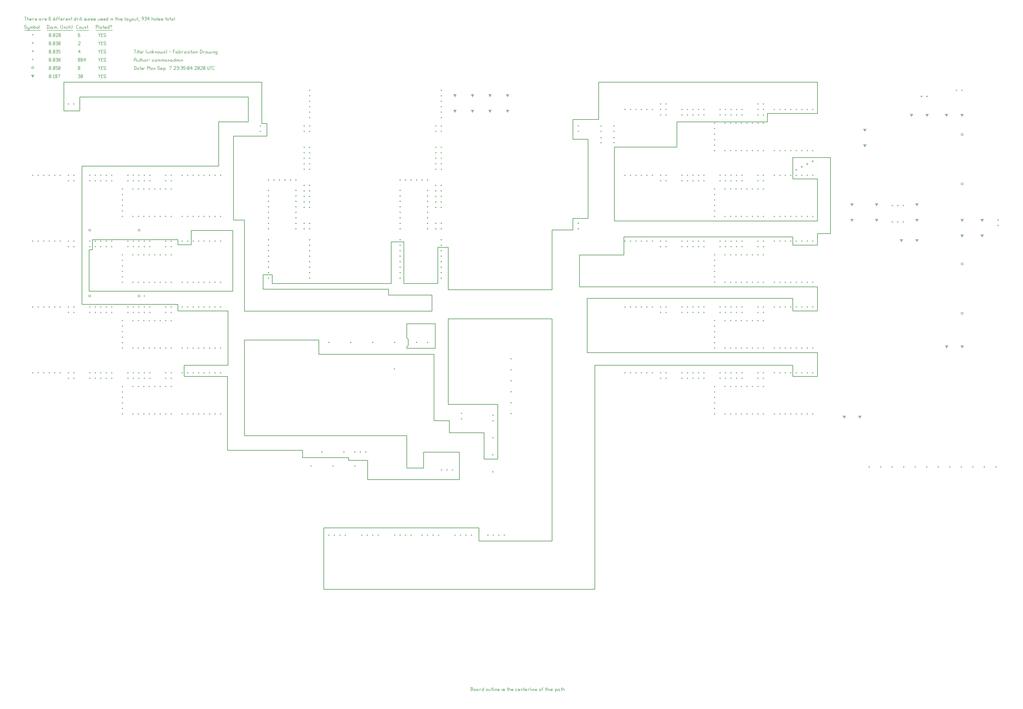
<source format=gbr>
G04 start of page 14 for group -3984 idx -3984 *
G04 Title: (unknown), fab *
G04 Creator: pcb 4.2.0 *
G04 CreationDate: Mon Sep  7 23:35:04 2020 UTC *
G04 For: commonadmin *
G04 Format: Gerber/RS-274X *
G04 PCB-Dimensions (mil): 18000.00 11000.00 *
G04 PCB-Coordinate-Origin: lower left *
%MOIN*%
%FSLAX25Y25*%
%LNFAB*%
%ADD155C,0.0100*%
%ADD154C,0.0075*%
%ADD153C,0.0060*%
%ADD152C,0.0080*%
G54D152*X881000Y1075846D02*Y1072646D01*
Y1075846D02*X883773Y1077446D01*
X881000Y1075846D02*X878227Y1077446D01*
X879400Y1075846D02*G75*G03X882600Y1075846I1600J0D01*G01*
G75*G03X879400Y1075846I-1600J0D01*G01*
X881000Y1047500D02*Y1044300D01*
Y1047500D02*X883773Y1049100D01*
X881000Y1047500D02*X878227Y1049100D01*
X879400Y1047500D02*G75*G03X882600Y1047500I1600J0D01*G01*
G75*G03X879400Y1047500I-1600J0D01*G01*
X849000Y1075846D02*Y1072646D01*
Y1075846D02*X851773Y1077446D01*
X849000Y1075846D02*X846227Y1077446D01*
X847400Y1075846D02*G75*G03X850600Y1075846I1600J0D01*G01*
G75*G03X847400Y1075846I-1600J0D01*G01*
X849000Y1047500D02*Y1044300D01*
Y1047500D02*X851773Y1049100D01*
X849000Y1047500D02*X846227Y1049100D01*
X847400Y1047500D02*G75*G03X850600Y1047500I1600J0D01*G01*
G75*G03X847400Y1047500I-1600J0D01*G01*
X817000Y1075846D02*Y1072646D01*
Y1075846D02*X819773Y1077446D01*
X817000Y1075846D02*X814227Y1077446D01*
X815400Y1075846D02*G75*G03X818600Y1075846I1600J0D01*G01*
G75*G03X815400Y1075846I-1600J0D01*G01*
X817000Y1047500D02*Y1044300D01*
Y1047500D02*X819773Y1049100D01*
X817000Y1047500D02*X814227Y1049100D01*
X815400Y1047500D02*G75*G03X818600Y1047500I1600J0D01*G01*
G75*G03X815400Y1047500I-1600J0D01*G01*
X785000Y1075846D02*Y1072646D01*
Y1075846D02*X787773Y1077446D01*
X785000Y1075846D02*X782227Y1077446D01*
X783400Y1075846D02*G75*G03X786600Y1075846I1600J0D01*G01*
G75*G03X783400Y1075846I-1600J0D01*G01*
X785000Y1047500D02*Y1044300D01*
Y1047500D02*X787773Y1049100D01*
X785000Y1047500D02*X782227Y1049100D01*
X783400Y1047500D02*G75*G03X786600Y1047500I1600J0D01*G01*
G75*G03X783400Y1047500I-1600J0D01*G01*
X1495000Y490000D02*Y486800D01*
Y490000D02*X1497773Y491600D01*
X1495000Y490000D02*X1492227Y491600D01*
X1493400Y490000D02*G75*G03X1496600Y490000I1600J0D01*G01*
G75*G03X1493400Y490000I-1600J0D01*G01*
X1523346D02*Y486800D01*
Y490000D02*X1526120Y491600D01*
X1523346Y490000D02*X1520573Y491600D01*
X1521746Y490000D02*G75*G03X1524946Y490000I1600J0D01*G01*
G75*G03X1521746Y490000I-1600J0D01*G01*
X1532500Y1012846D02*Y1009646D01*
Y1012846D02*X1535273Y1014446D01*
X1532500Y1012846D02*X1529727Y1014446D01*
X1530900Y1012846D02*G75*G03X1534100Y1012846I1600J0D01*G01*
G75*G03X1530900Y1012846I-1600J0D01*G01*
X1532500Y984500D02*Y981300D01*
Y984500D02*X1535273Y986100D01*
X1532500Y984500D02*X1529727Y986100D01*
X1530900Y984500D02*G75*G03X1534100Y984500I1600J0D01*G01*
G75*G03X1530900Y984500I-1600J0D01*G01*
X1709846Y1040000D02*Y1036800D01*
Y1040000D02*X1712620Y1041600D01*
X1709846Y1040000D02*X1707073Y1041600D01*
X1708246Y1040000D02*G75*G03X1711446Y1040000I1600J0D01*G01*
G75*G03X1708246Y1040000I-1600J0D01*G01*
X1681500D02*Y1036800D01*
Y1040000D02*X1684273Y1041600D01*
X1681500Y1040000D02*X1678727Y1041600D01*
X1679900Y1040000D02*G75*G03X1683100Y1040000I1600J0D01*G01*
G75*G03X1679900Y1040000I-1600J0D01*G01*
X1746500Y848500D02*Y845300D01*
Y848500D02*X1749273Y850100D01*
X1746500Y848500D02*X1743727Y850100D01*
X1744900Y848500D02*G75*G03X1748100Y848500I1600J0D01*G01*
G75*G03X1744900Y848500I-1600J0D01*G01*
X1746500Y820154D02*Y816954D01*
Y820154D02*X1749273Y821754D01*
X1746500Y820154D02*X1743727Y821754D01*
X1744900Y820154D02*G75*G03X1748100Y820154I1600J0D01*G01*
G75*G03X1744900Y820154I-1600J0D01*G01*
X1710000Y848500D02*Y845300D01*
Y848500D02*X1712773Y850100D01*
X1710000Y848500D02*X1707227Y850100D01*
X1708400Y848500D02*G75*G03X1711600Y848500I1600J0D01*G01*
G75*G03X1708400Y848500I-1600J0D01*G01*
X1710000Y820154D02*Y816954D01*
Y820154D02*X1712773Y821754D01*
X1710000Y820154D02*X1707227Y821754D01*
X1708400Y820154D02*G75*G03X1711600Y820154I1600J0D01*G01*
G75*G03X1708400Y820154I-1600J0D01*G01*
X1710000Y618000D02*Y614800D01*
Y618000D02*X1712773Y619600D01*
X1710000Y618000D02*X1707227Y619600D01*
X1708400Y618000D02*G75*G03X1711600Y618000I1600J0D01*G01*
G75*G03X1708400Y618000I-1600J0D01*G01*
X1681654D02*Y614800D01*
Y618000D02*X1684427Y619600D01*
X1681654Y618000D02*X1678880Y619600D01*
X1680054Y618000D02*G75*G03X1683254Y618000I1600J0D01*G01*
G75*G03X1680054Y618000I-1600J0D01*G01*
X1646000Y1040000D02*Y1036800D01*
Y1040000D02*X1648773Y1041600D01*
X1646000Y1040000D02*X1643227Y1041600D01*
X1644400Y1040000D02*G75*G03X1647600Y1040000I1600J0D01*G01*
G75*G03X1644400Y1040000I-1600J0D01*G01*
X1617654D02*Y1036800D01*
Y1040000D02*X1620427Y1041600D01*
X1617654Y1040000D02*X1614880Y1041600D01*
X1616054Y1040000D02*G75*G03X1619254Y1040000I1600J0D01*G01*
G75*G03X1616054Y1040000I-1600J0D01*G01*
X1554000Y877000D02*Y873800D01*
Y877000D02*X1556773Y878600D01*
X1554000Y877000D02*X1551227Y878600D01*
X1552400Y877000D02*G75*G03X1555600Y877000I1600J0D01*G01*
G75*G03X1552400Y877000I-1600J0D01*G01*
X1554000Y848654D02*Y845454D01*
Y848654D02*X1556773Y850254D01*
X1554000Y848654D02*X1551227Y850254D01*
X1552400Y848654D02*G75*G03X1555600Y848654I1600J0D01*G01*
G75*G03X1552400Y848654I-1600J0D01*G01*
X1627500Y877000D02*Y873800D01*
Y877000D02*X1630273Y878600D01*
X1627500Y877000D02*X1624727Y878600D01*
X1625900Y877000D02*G75*G03X1629100Y877000I1600J0D01*G01*
G75*G03X1625900Y877000I-1600J0D01*G01*
X1627500Y848654D02*Y845454D01*
Y848654D02*X1630273Y850254D01*
X1627500Y848654D02*X1624727Y850254D01*
X1625900Y848654D02*G75*G03X1629100Y848654I1600J0D01*G01*
G75*G03X1625900Y848654I-1600J0D01*G01*
X1599154Y811654D02*Y808454D01*
Y811654D02*X1601927Y813254D01*
X1599154Y811654D02*X1596380Y813254D01*
X1597554Y811654D02*G75*G03X1600754Y811654I1600J0D01*G01*
G75*G03X1597554Y811654I-1600J0D01*G01*
X1627500D02*Y808454D01*
Y811654D02*X1630273Y813254D01*
X1627500Y811654D02*X1624727Y813254D01*
X1625900Y811654D02*G75*G03X1629100Y811654I1600J0D01*G01*
G75*G03X1625900Y811654I-1600J0D01*G01*
X1509000Y877000D02*Y873800D01*
Y877000D02*X1511773Y878600D01*
X1509000Y877000D02*X1506227Y878600D01*
X1507400Y877000D02*G75*G03X1510600Y877000I1600J0D01*G01*
G75*G03X1507400Y877000I-1600J0D01*G01*
X1509000Y848654D02*Y845454D01*
Y848654D02*X1511773Y850254D01*
X1509000Y848654D02*X1506227Y850254D01*
X1507400Y848654D02*G75*G03X1510600Y848654I1600J0D01*G01*
G75*G03X1507400Y848654I-1600J0D01*G01*
X15000Y1111250D02*Y1108050D01*
Y1111250D02*X17773Y1112850D01*
X15000Y1111250D02*X12227Y1112850D01*
X13400Y1111250D02*G75*G03X16600Y1111250I1600J0D01*G01*
G75*G03X13400Y1111250I-1600J0D01*G01*
G54D153*X135000Y1113500D02*X136500Y1110500D01*
X138000Y1113500D01*
X136500Y1110500D02*Y1107500D01*
X139800Y1110800D02*X142050D01*
X139800Y1107500D02*X142800D01*
X139800Y1113500D02*Y1107500D01*
Y1113500D02*X142800D01*
X147600D02*X148350Y1112750D01*
X145350Y1113500D02*X147600D01*
X144600Y1112750D02*X145350Y1113500D01*
X144600Y1112750D02*Y1111250D01*
X145350Y1110500D01*
X147600D01*
X148350Y1109750D01*
Y1108250D01*
X147600Y1107500D02*X148350Y1108250D01*
X145350Y1107500D02*X147600D01*
X144600Y1108250D02*X145350Y1107500D01*
X98000Y1112750D02*X98750Y1113500D01*
X100250D01*
X101000Y1112750D01*
X100250Y1107500D02*X101000Y1108250D01*
X98750Y1107500D02*X100250D01*
X98000Y1108250D02*X98750Y1107500D01*
Y1110800D02*X100250D01*
X101000Y1112750D02*Y1111550D01*
Y1110050D02*Y1108250D01*
Y1110050D02*X100250Y1110800D01*
X101000Y1111550D02*X100250Y1110800D01*
X102800Y1108250D02*X103550Y1107500D01*
X102800Y1112750D02*Y1108250D01*
Y1112750D02*X103550Y1113500D01*
X105050D01*
X105800Y1112750D01*
Y1108250D01*
X105050Y1107500D02*X105800Y1108250D01*
X103550Y1107500D02*X105050D01*
X102800Y1109000D02*X105800Y1112000D01*
X45000Y1108250D02*X45750Y1107500D01*
X45000Y1112750D02*Y1108250D01*
Y1112750D02*X45750Y1113500D01*
X47250D01*
X48000Y1112750D01*
Y1108250D01*
X47250Y1107500D02*X48000Y1108250D01*
X45750Y1107500D02*X47250D01*
X45000Y1109000D02*X48000Y1112000D01*
X49800Y1107500D02*X50550D01*
X52350Y1112300D02*X53550Y1113500D01*
Y1107500D01*
X52350D02*X54600D01*
X56400Y1108250D02*X57150Y1107500D01*
X56400Y1109450D02*Y1108250D01*
Y1109450D02*X57450Y1110500D01*
X58350D01*
X59400Y1109450D01*
Y1108250D01*
X58650Y1107500D02*X59400Y1108250D01*
X57150Y1107500D02*X58650D01*
X56400Y1111550D02*X57450Y1110500D01*
X56400Y1112750D02*Y1111550D01*
Y1112750D02*X57150Y1113500D01*
X58650D01*
X59400Y1112750D01*
Y1111550D01*
X58350Y1110500D02*X59400Y1111550D01*
X61950Y1107500D02*X64950Y1113500D01*
X61200D02*X64950D01*
X207400Y831600D02*X210600D01*
X207400D02*Y828400D01*
X210600D01*
Y831600D02*Y828400D01*
X117400Y831600D02*X120600D01*
X117400D02*Y828400D01*
X120600D01*
Y831600D02*Y828400D01*
X207400Y711600D02*X210600D01*
X207400D02*Y708400D01*
X210600D01*
Y711600D02*Y708400D01*
X117400Y711600D02*X120600D01*
X117400D02*Y708400D01*
X120600D01*
Y711600D02*Y708400D01*
X1708400Y1006100D02*X1711600D01*
X1708400D02*Y1002900D01*
X1711600D01*
Y1006100D02*Y1002900D01*
X1708400Y916100D02*X1711600D01*
X1708400D02*Y912900D01*
X1711600D01*
Y916100D02*Y912900D01*
X1708400Y770100D02*X1711600D01*
X1708400D02*Y766900D01*
X1711600D01*
Y770100D02*Y766900D01*
X1708400Y680100D02*X1711600D01*
X1708400D02*Y676900D01*
X1711600D01*
Y680100D02*Y676900D01*
X13400Y1127850D02*X16600D01*
X13400D02*Y1124650D01*
X16600D01*
Y1127850D02*Y1124650D01*
X135000Y1128500D02*X136500Y1125500D01*
X138000Y1128500D01*
X136500Y1125500D02*Y1122500D01*
X139800Y1125800D02*X142050D01*
X139800Y1122500D02*X142800D01*
X139800Y1128500D02*Y1122500D01*
Y1128500D02*X142800D01*
X147600D02*X148350Y1127750D01*
X145350Y1128500D02*X147600D01*
X144600Y1127750D02*X145350Y1128500D01*
X144600Y1127750D02*Y1126250D01*
X145350Y1125500D01*
X147600D01*
X148350Y1124750D01*
Y1123250D01*
X147600Y1122500D02*X148350Y1123250D01*
X145350Y1122500D02*X147600D01*
X144600Y1123250D02*X145350Y1122500D01*
X98000Y1123250D02*X98750Y1122500D01*
X98000Y1124450D02*Y1123250D01*
Y1124450D02*X99050Y1125500D01*
X99950D01*
X101000Y1124450D01*
Y1123250D01*
X100250Y1122500D02*X101000Y1123250D01*
X98750Y1122500D02*X100250D01*
X98000Y1126550D02*X99050Y1125500D01*
X98000Y1127750D02*Y1126550D01*
Y1127750D02*X98750Y1128500D01*
X100250D01*
X101000Y1127750D01*
Y1126550D01*
X99950Y1125500D02*X101000Y1126550D01*
X45000Y1123250D02*X45750Y1122500D01*
X45000Y1127750D02*Y1123250D01*
Y1127750D02*X45750Y1128500D01*
X47250D01*
X48000Y1127750D01*
Y1123250D01*
X47250Y1122500D02*X48000Y1123250D01*
X45750Y1122500D02*X47250D01*
X45000Y1124000D02*X48000Y1127000D01*
X49800Y1122500D02*X50550D01*
X52350Y1123250D02*X53100Y1122500D01*
X52350Y1127750D02*Y1123250D01*
Y1127750D02*X53100Y1128500D01*
X54600D01*
X55350Y1127750D01*
Y1123250D01*
X54600Y1122500D02*X55350Y1123250D01*
X53100Y1122500D02*X54600D01*
X52350Y1124000D02*X55350Y1127000D01*
X57150Y1128500D02*X60150D01*
X57150D02*Y1125500D01*
X57900Y1126250D01*
X59400D01*
X60150Y1125500D01*
Y1123250D01*
X59400Y1122500D02*X60150Y1123250D01*
X57900Y1122500D02*X59400D01*
X57150Y1123250D02*X57900Y1122500D01*
X61950Y1123250D02*X62700Y1122500D01*
X61950Y1127750D02*Y1123250D01*
Y1127750D02*X62700Y1128500D01*
X64200D01*
X64950Y1127750D01*
Y1123250D01*
X64200Y1122500D02*X64950Y1123250D01*
X62700Y1122500D02*X64200D01*
X61950Y1124000D02*X64950Y1127000D01*
X286700Y615000D02*G75*G03X288300Y615000I800J0D01*G01*
G75*G03X286700Y615000I-800J0D01*G01*
X296700D02*G75*G03X298300Y615000I800J0D01*G01*
G75*G03X296700Y615000I-800J0D01*G01*
X306700D02*G75*G03X308300Y615000I800J0D01*G01*
G75*G03X306700Y615000I-800J0D01*G01*
X316700D02*G75*G03X318300Y615000I800J0D01*G01*
G75*G03X316700Y615000I-800J0D01*G01*
X326700D02*G75*G03X328300Y615000I800J0D01*G01*
G75*G03X326700Y615000I-800J0D01*G01*
X336700D02*G75*G03X338300Y615000I800J0D01*G01*
G75*G03X336700Y615000I-800J0D01*G01*
X346700D02*G75*G03X348300Y615000I800J0D01*G01*
G75*G03X346700Y615000I-800J0D01*G01*
X356700D02*G75*G03X358300Y615000I800J0D01*G01*
G75*G03X356700Y615000I-800J0D01*G01*
X286700Y690000D02*G75*G03X288300Y690000I800J0D01*G01*
G75*G03X286700Y690000I-800J0D01*G01*
X296700D02*G75*G03X298300Y690000I800J0D01*G01*
G75*G03X296700Y690000I-800J0D01*G01*
X306700D02*G75*G03X308300Y690000I800J0D01*G01*
G75*G03X306700Y690000I-800J0D01*G01*
X316700D02*G75*G03X318300Y690000I800J0D01*G01*
G75*G03X316700Y690000I-800J0D01*G01*
X326700D02*G75*G03X328300Y690000I800J0D01*G01*
G75*G03X326700Y690000I-800J0D01*G01*
X336700D02*G75*G03X338300Y690000I800J0D01*G01*
G75*G03X336700Y690000I-800J0D01*G01*
X346700D02*G75*G03X348300Y690000I800J0D01*G01*
G75*G03X346700Y690000I-800J0D01*G01*
X356700D02*G75*G03X358300Y690000I800J0D01*G01*
G75*G03X356700Y690000I-800J0D01*G01*
X196700Y615000D02*G75*G03X198300Y615000I800J0D01*G01*
G75*G03X196700Y615000I-800J0D01*G01*
X206700D02*G75*G03X208300Y615000I800J0D01*G01*
G75*G03X206700Y615000I-800J0D01*G01*
X216700D02*G75*G03X218300Y615000I800J0D01*G01*
G75*G03X216700Y615000I-800J0D01*G01*
X226700D02*G75*G03X228300Y615000I800J0D01*G01*
G75*G03X226700Y615000I-800J0D01*G01*
X236700D02*G75*G03X238300Y615000I800J0D01*G01*
G75*G03X236700Y615000I-800J0D01*G01*
X246700D02*G75*G03X248300Y615000I800J0D01*G01*
G75*G03X246700Y615000I-800J0D01*G01*
X256700D02*G75*G03X258300Y615000I800J0D01*G01*
G75*G03X256700Y615000I-800J0D01*G01*
X266700D02*G75*G03X268300Y615000I800J0D01*G01*
G75*G03X266700Y615000I-800J0D01*G01*
X177700D02*G75*G03X179300Y615000I800J0D01*G01*
G75*G03X177700Y615000I-800J0D01*G01*
Y625000D02*G75*G03X179300Y625000I800J0D01*G01*
G75*G03X177700Y625000I-800J0D01*G01*
Y635000D02*G75*G03X179300Y635000I800J0D01*G01*
G75*G03X177700Y635000I-800J0D01*G01*
Y645000D02*G75*G03X179300Y645000I800J0D01*G01*
G75*G03X177700Y645000I-800J0D01*G01*
Y655000D02*G75*G03X179300Y655000I800J0D01*G01*
G75*G03X177700Y655000I-800J0D01*G01*
Y665000D02*G75*G03X179300Y665000I800J0D01*G01*
G75*G03X177700Y665000I-800J0D01*G01*
X196700D02*G75*G03X198300Y665000I800J0D01*G01*
G75*G03X196700Y665000I-800J0D01*G01*
X206700D02*G75*G03X208300Y665000I800J0D01*G01*
G75*G03X206700Y665000I-800J0D01*G01*
X216700D02*G75*G03X218300Y665000I800J0D01*G01*
G75*G03X216700Y665000I-800J0D01*G01*
X226700D02*G75*G03X228300Y665000I800J0D01*G01*
G75*G03X226700Y665000I-800J0D01*G01*
X236700D02*G75*G03X238300Y665000I800J0D01*G01*
G75*G03X236700Y665000I-800J0D01*G01*
X246700D02*G75*G03X248300Y665000I800J0D01*G01*
G75*G03X246700Y665000I-800J0D01*G01*
X256700D02*G75*G03X258300Y665000I800J0D01*G01*
G75*G03X256700Y665000I-800J0D01*G01*
X266700D02*G75*G03X268300Y665000I800J0D01*G01*
G75*G03X266700Y665000I-800J0D01*G01*
Y690000D02*G75*G03X268300Y690000I800J0D01*G01*
G75*G03X266700Y690000I-800J0D01*G01*
Y680000D02*G75*G03X268300Y680000I800J0D01*G01*
G75*G03X266700Y680000I-800J0D01*G01*
X256700D02*G75*G03X258300Y680000I800J0D01*G01*
G75*G03X256700Y680000I-800J0D01*G01*
Y690000D02*G75*G03X258300Y690000I800J0D01*G01*
G75*G03X256700Y690000I-800J0D01*G01*
X227700D02*G75*G03X229300Y690000I800J0D01*G01*
G75*G03X227700Y690000I-800J0D01*G01*
Y680000D02*G75*G03X229300Y680000I800J0D01*G01*
G75*G03X227700Y680000I-800J0D01*G01*
X217700Y690000D02*G75*G03X219300Y690000I800J0D01*G01*
G75*G03X217700Y690000I-800J0D01*G01*
Y680000D02*G75*G03X219300Y680000I800J0D01*G01*
G75*G03X217700Y680000I-800J0D01*G01*
X207700Y690000D02*G75*G03X209300Y690000I800J0D01*G01*
G75*G03X207700Y690000I-800J0D01*G01*
Y680000D02*G75*G03X209300Y680000I800J0D01*G01*
G75*G03X207700Y680000I-800J0D01*G01*
X197700Y690000D02*G75*G03X199300Y690000I800J0D01*G01*
G75*G03X197700Y690000I-800J0D01*G01*
Y680000D02*G75*G03X199300Y680000I800J0D01*G01*
G75*G03X197700Y680000I-800J0D01*G01*
X187700Y690000D02*G75*G03X189300Y690000I800J0D01*G01*
G75*G03X187700Y690000I-800J0D01*G01*
Y680000D02*G75*G03X189300Y680000I800J0D01*G01*
G75*G03X187700Y680000I-800J0D01*G01*
X158200Y690000D02*G75*G03X159800Y690000I800J0D01*G01*
G75*G03X158200Y690000I-800J0D01*G01*
Y680000D02*G75*G03X159800Y680000I800J0D01*G01*
G75*G03X158200Y680000I-800J0D01*G01*
X148200Y690000D02*G75*G03X149800Y690000I800J0D01*G01*
G75*G03X148200Y690000I-800J0D01*G01*
Y680000D02*G75*G03X149800Y680000I800J0D01*G01*
G75*G03X148200Y680000I-800J0D01*G01*
X138200Y690000D02*G75*G03X139800Y690000I800J0D01*G01*
G75*G03X138200Y690000I-800J0D01*G01*
Y680000D02*G75*G03X139800Y680000I800J0D01*G01*
G75*G03X138200Y680000I-800J0D01*G01*
X128200Y690000D02*G75*G03X129800Y690000I800J0D01*G01*
G75*G03X128200Y690000I-800J0D01*G01*
Y680000D02*G75*G03X129800Y680000I800J0D01*G01*
G75*G03X128200Y680000I-800J0D01*G01*
X118200Y690000D02*G75*G03X119800Y690000I800J0D01*G01*
G75*G03X118200Y690000I-800J0D01*G01*
Y680000D02*G75*G03X119800Y680000I800J0D01*G01*
G75*G03X118200Y680000I-800J0D01*G01*
X89200Y690000D02*G75*G03X90800Y690000I800J0D01*G01*
G75*G03X89200Y690000I-800J0D01*G01*
Y680000D02*G75*G03X90800Y680000I800J0D01*G01*
G75*G03X89200Y680000I-800J0D01*G01*
X79200D02*G75*G03X80800Y680000I800J0D01*G01*
G75*G03X79200Y680000I-800J0D01*G01*
Y690000D02*G75*G03X80800Y690000I800J0D01*G01*
G75*G03X79200Y690000I-800J0D01*G01*
X64200D02*G75*G03X65800Y690000I800J0D01*G01*
G75*G03X64200Y690000I-800J0D01*G01*
X54200D02*G75*G03X55800Y690000I800J0D01*G01*
G75*G03X54200Y690000I-800J0D01*G01*
X44200D02*G75*G03X45800Y690000I800J0D01*G01*
G75*G03X44200Y690000I-800J0D01*G01*
X34200D02*G75*G03X35800Y690000I800J0D01*G01*
G75*G03X34200Y690000I-800J0D01*G01*
X24200D02*G75*G03X25800Y690000I800J0D01*G01*
G75*G03X24200Y690000I-800J0D01*G01*
X14200D02*G75*G03X15800Y690000I800J0D01*G01*
G75*G03X14200Y690000I-800J0D01*G01*
X286700Y495000D02*G75*G03X288300Y495000I800J0D01*G01*
G75*G03X286700Y495000I-800J0D01*G01*
X296700D02*G75*G03X298300Y495000I800J0D01*G01*
G75*G03X296700Y495000I-800J0D01*G01*
X306700D02*G75*G03X308300Y495000I800J0D01*G01*
G75*G03X306700Y495000I-800J0D01*G01*
X316700D02*G75*G03X318300Y495000I800J0D01*G01*
G75*G03X316700Y495000I-800J0D01*G01*
X326700D02*G75*G03X328300Y495000I800J0D01*G01*
G75*G03X326700Y495000I-800J0D01*G01*
X336700D02*G75*G03X338300Y495000I800J0D01*G01*
G75*G03X336700Y495000I-800J0D01*G01*
X346700D02*G75*G03X348300Y495000I800J0D01*G01*
G75*G03X346700Y495000I-800J0D01*G01*
X356700D02*G75*G03X358300Y495000I800J0D01*G01*
G75*G03X356700Y495000I-800J0D01*G01*
X286700Y570000D02*G75*G03X288300Y570000I800J0D01*G01*
G75*G03X286700Y570000I-800J0D01*G01*
X296700D02*G75*G03X298300Y570000I800J0D01*G01*
G75*G03X296700Y570000I-800J0D01*G01*
X306700D02*G75*G03X308300Y570000I800J0D01*G01*
G75*G03X306700Y570000I-800J0D01*G01*
X316700D02*G75*G03X318300Y570000I800J0D01*G01*
G75*G03X316700Y570000I-800J0D01*G01*
X326700D02*G75*G03X328300Y570000I800J0D01*G01*
G75*G03X326700Y570000I-800J0D01*G01*
X336700D02*G75*G03X338300Y570000I800J0D01*G01*
G75*G03X336700Y570000I-800J0D01*G01*
X346700D02*G75*G03X348300Y570000I800J0D01*G01*
G75*G03X346700Y570000I-800J0D01*G01*
X356700D02*G75*G03X358300Y570000I800J0D01*G01*
G75*G03X356700Y570000I-800J0D01*G01*
X196700Y495000D02*G75*G03X198300Y495000I800J0D01*G01*
G75*G03X196700Y495000I-800J0D01*G01*
X206700D02*G75*G03X208300Y495000I800J0D01*G01*
G75*G03X206700Y495000I-800J0D01*G01*
X216700D02*G75*G03X218300Y495000I800J0D01*G01*
G75*G03X216700Y495000I-800J0D01*G01*
X226700D02*G75*G03X228300Y495000I800J0D01*G01*
G75*G03X226700Y495000I-800J0D01*G01*
X236700D02*G75*G03X238300Y495000I800J0D01*G01*
G75*G03X236700Y495000I-800J0D01*G01*
X246700D02*G75*G03X248300Y495000I800J0D01*G01*
G75*G03X246700Y495000I-800J0D01*G01*
X256700D02*G75*G03X258300Y495000I800J0D01*G01*
G75*G03X256700Y495000I-800J0D01*G01*
X266700D02*G75*G03X268300Y495000I800J0D01*G01*
G75*G03X266700Y495000I-800J0D01*G01*
X177700D02*G75*G03X179300Y495000I800J0D01*G01*
G75*G03X177700Y495000I-800J0D01*G01*
Y505000D02*G75*G03X179300Y505000I800J0D01*G01*
G75*G03X177700Y505000I-800J0D01*G01*
Y515000D02*G75*G03X179300Y515000I800J0D01*G01*
G75*G03X177700Y515000I-800J0D01*G01*
Y525000D02*G75*G03X179300Y525000I800J0D01*G01*
G75*G03X177700Y525000I-800J0D01*G01*
Y535000D02*G75*G03X179300Y535000I800J0D01*G01*
G75*G03X177700Y535000I-800J0D01*G01*
Y545000D02*G75*G03X179300Y545000I800J0D01*G01*
G75*G03X177700Y545000I-800J0D01*G01*
X196700D02*G75*G03X198300Y545000I800J0D01*G01*
G75*G03X196700Y545000I-800J0D01*G01*
X206700D02*G75*G03X208300Y545000I800J0D01*G01*
G75*G03X206700Y545000I-800J0D01*G01*
X216700D02*G75*G03X218300Y545000I800J0D01*G01*
G75*G03X216700Y545000I-800J0D01*G01*
X226700D02*G75*G03X228300Y545000I800J0D01*G01*
G75*G03X226700Y545000I-800J0D01*G01*
X236700D02*G75*G03X238300Y545000I800J0D01*G01*
G75*G03X236700Y545000I-800J0D01*G01*
X246700D02*G75*G03X248300Y545000I800J0D01*G01*
G75*G03X246700Y545000I-800J0D01*G01*
X256700D02*G75*G03X258300Y545000I800J0D01*G01*
G75*G03X256700Y545000I-800J0D01*G01*
X266700D02*G75*G03X268300Y545000I800J0D01*G01*
G75*G03X266700Y545000I-800J0D01*G01*
Y570000D02*G75*G03X268300Y570000I800J0D01*G01*
G75*G03X266700Y570000I-800J0D01*G01*
Y560000D02*G75*G03X268300Y560000I800J0D01*G01*
G75*G03X266700Y560000I-800J0D01*G01*
X256700D02*G75*G03X258300Y560000I800J0D01*G01*
G75*G03X256700Y560000I-800J0D01*G01*
Y570000D02*G75*G03X258300Y570000I800J0D01*G01*
G75*G03X256700Y570000I-800J0D01*G01*
X227700D02*G75*G03X229300Y570000I800J0D01*G01*
G75*G03X227700Y570000I-800J0D01*G01*
Y560000D02*G75*G03X229300Y560000I800J0D01*G01*
G75*G03X227700Y560000I-800J0D01*G01*
X217700Y570000D02*G75*G03X219300Y570000I800J0D01*G01*
G75*G03X217700Y570000I-800J0D01*G01*
Y560000D02*G75*G03X219300Y560000I800J0D01*G01*
G75*G03X217700Y560000I-800J0D01*G01*
X207700Y570000D02*G75*G03X209300Y570000I800J0D01*G01*
G75*G03X207700Y570000I-800J0D01*G01*
Y560000D02*G75*G03X209300Y560000I800J0D01*G01*
G75*G03X207700Y560000I-800J0D01*G01*
X197700Y570000D02*G75*G03X199300Y570000I800J0D01*G01*
G75*G03X197700Y570000I-800J0D01*G01*
Y560000D02*G75*G03X199300Y560000I800J0D01*G01*
G75*G03X197700Y560000I-800J0D01*G01*
X187700Y570000D02*G75*G03X189300Y570000I800J0D01*G01*
G75*G03X187700Y570000I-800J0D01*G01*
Y560000D02*G75*G03X189300Y560000I800J0D01*G01*
G75*G03X187700Y560000I-800J0D01*G01*
X158200Y570000D02*G75*G03X159800Y570000I800J0D01*G01*
G75*G03X158200Y570000I-800J0D01*G01*
Y560000D02*G75*G03X159800Y560000I800J0D01*G01*
G75*G03X158200Y560000I-800J0D01*G01*
X148200Y570000D02*G75*G03X149800Y570000I800J0D01*G01*
G75*G03X148200Y570000I-800J0D01*G01*
Y560000D02*G75*G03X149800Y560000I800J0D01*G01*
G75*G03X148200Y560000I-800J0D01*G01*
X138200Y570000D02*G75*G03X139800Y570000I800J0D01*G01*
G75*G03X138200Y570000I-800J0D01*G01*
Y560000D02*G75*G03X139800Y560000I800J0D01*G01*
G75*G03X138200Y560000I-800J0D01*G01*
X128200Y570000D02*G75*G03X129800Y570000I800J0D01*G01*
G75*G03X128200Y570000I-800J0D01*G01*
Y560000D02*G75*G03X129800Y560000I800J0D01*G01*
G75*G03X128200Y560000I-800J0D01*G01*
X118200Y570000D02*G75*G03X119800Y570000I800J0D01*G01*
G75*G03X118200Y570000I-800J0D01*G01*
Y560000D02*G75*G03X119800Y560000I800J0D01*G01*
G75*G03X118200Y560000I-800J0D01*G01*
X89200Y570000D02*G75*G03X90800Y570000I800J0D01*G01*
G75*G03X89200Y570000I-800J0D01*G01*
Y560000D02*G75*G03X90800Y560000I800J0D01*G01*
G75*G03X89200Y560000I-800J0D01*G01*
X79200D02*G75*G03X80800Y560000I800J0D01*G01*
G75*G03X79200Y560000I-800J0D01*G01*
Y570000D02*G75*G03X80800Y570000I800J0D01*G01*
G75*G03X79200Y570000I-800J0D01*G01*
X64200D02*G75*G03X65800Y570000I800J0D01*G01*
G75*G03X64200Y570000I-800J0D01*G01*
X54200D02*G75*G03X55800Y570000I800J0D01*G01*
G75*G03X54200Y570000I-800J0D01*G01*
X44200D02*G75*G03X45800Y570000I800J0D01*G01*
G75*G03X44200Y570000I-800J0D01*G01*
X34200D02*G75*G03X35800Y570000I800J0D01*G01*
G75*G03X34200Y570000I-800J0D01*G01*
X24200D02*G75*G03X25800Y570000I800J0D01*G01*
G75*G03X24200Y570000I-800J0D01*G01*
X14200D02*G75*G03X15800Y570000I800J0D01*G01*
G75*G03X14200Y570000I-800J0D01*G01*
X286700Y855000D02*G75*G03X288300Y855000I800J0D01*G01*
G75*G03X286700Y855000I-800J0D01*G01*
X296700D02*G75*G03X298300Y855000I800J0D01*G01*
G75*G03X296700Y855000I-800J0D01*G01*
X306700D02*G75*G03X308300Y855000I800J0D01*G01*
G75*G03X306700Y855000I-800J0D01*G01*
X316700D02*G75*G03X318300Y855000I800J0D01*G01*
G75*G03X316700Y855000I-800J0D01*G01*
X326700D02*G75*G03X328300Y855000I800J0D01*G01*
G75*G03X326700Y855000I-800J0D01*G01*
X336700D02*G75*G03X338300Y855000I800J0D01*G01*
G75*G03X336700Y855000I-800J0D01*G01*
X346700D02*G75*G03X348300Y855000I800J0D01*G01*
G75*G03X346700Y855000I-800J0D01*G01*
X356700D02*G75*G03X358300Y855000I800J0D01*G01*
G75*G03X356700Y855000I-800J0D01*G01*
X286700Y930000D02*G75*G03X288300Y930000I800J0D01*G01*
G75*G03X286700Y930000I-800J0D01*G01*
X296700D02*G75*G03X298300Y930000I800J0D01*G01*
G75*G03X296700Y930000I-800J0D01*G01*
X306700D02*G75*G03X308300Y930000I800J0D01*G01*
G75*G03X306700Y930000I-800J0D01*G01*
X316700D02*G75*G03X318300Y930000I800J0D01*G01*
G75*G03X316700Y930000I-800J0D01*G01*
X326700D02*G75*G03X328300Y930000I800J0D01*G01*
G75*G03X326700Y930000I-800J0D01*G01*
X336700D02*G75*G03X338300Y930000I800J0D01*G01*
G75*G03X336700Y930000I-800J0D01*G01*
X346700D02*G75*G03X348300Y930000I800J0D01*G01*
G75*G03X346700Y930000I-800J0D01*G01*
X356700D02*G75*G03X358300Y930000I800J0D01*G01*
G75*G03X356700Y930000I-800J0D01*G01*
X196700Y855000D02*G75*G03X198300Y855000I800J0D01*G01*
G75*G03X196700Y855000I-800J0D01*G01*
X206700D02*G75*G03X208300Y855000I800J0D01*G01*
G75*G03X206700Y855000I-800J0D01*G01*
X216700D02*G75*G03X218300Y855000I800J0D01*G01*
G75*G03X216700Y855000I-800J0D01*G01*
X226700D02*G75*G03X228300Y855000I800J0D01*G01*
G75*G03X226700Y855000I-800J0D01*G01*
X236700D02*G75*G03X238300Y855000I800J0D01*G01*
G75*G03X236700Y855000I-800J0D01*G01*
X246700D02*G75*G03X248300Y855000I800J0D01*G01*
G75*G03X246700Y855000I-800J0D01*G01*
X256700D02*G75*G03X258300Y855000I800J0D01*G01*
G75*G03X256700Y855000I-800J0D01*G01*
X266700D02*G75*G03X268300Y855000I800J0D01*G01*
G75*G03X266700Y855000I-800J0D01*G01*
X177700D02*G75*G03X179300Y855000I800J0D01*G01*
G75*G03X177700Y855000I-800J0D01*G01*
Y865000D02*G75*G03X179300Y865000I800J0D01*G01*
G75*G03X177700Y865000I-800J0D01*G01*
Y875000D02*G75*G03X179300Y875000I800J0D01*G01*
G75*G03X177700Y875000I-800J0D01*G01*
Y885000D02*G75*G03X179300Y885000I800J0D01*G01*
G75*G03X177700Y885000I-800J0D01*G01*
Y895000D02*G75*G03X179300Y895000I800J0D01*G01*
G75*G03X177700Y895000I-800J0D01*G01*
Y905000D02*G75*G03X179300Y905000I800J0D01*G01*
G75*G03X177700Y905000I-800J0D01*G01*
X196700D02*G75*G03X198300Y905000I800J0D01*G01*
G75*G03X196700Y905000I-800J0D01*G01*
X206700D02*G75*G03X208300Y905000I800J0D01*G01*
G75*G03X206700Y905000I-800J0D01*G01*
X216700D02*G75*G03X218300Y905000I800J0D01*G01*
G75*G03X216700Y905000I-800J0D01*G01*
X226700D02*G75*G03X228300Y905000I800J0D01*G01*
G75*G03X226700Y905000I-800J0D01*G01*
X236700D02*G75*G03X238300Y905000I800J0D01*G01*
G75*G03X236700Y905000I-800J0D01*G01*
X246700D02*G75*G03X248300Y905000I800J0D01*G01*
G75*G03X246700Y905000I-800J0D01*G01*
X256700D02*G75*G03X258300Y905000I800J0D01*G01*
G75*G03X256700Y905000I-800J0D01*G01*
X266700D02*G75*G03X268300Y905000I800J0D01*G01*
G75*G03X266700Y905000I-800J0D01*G01*
Y930000D02*G75*G03X268300Y930000I800J0D01*G01*
G75*G03X266700Y930000I-800J0D01*G01*
Y920000D02*G75*G03X268300Y920000I800J0D01*G01*
G75*G03X266700Y920000I-800J0D01*G01*
X256700D02*G75*G03X258300Y920000I800J0D01*G01*
G75*G03X256700Y920000I-800J0D01*G01*
Y930000D02*G75*G03X258300Y930000I800J0D01*G01*
G75*G03X256700Y930000I-800J0D01*G01*
X227700D02*G75*G03X229300Y930000I800J0D01*G01*
G75*G03X227700Y930000I-800J0D01*G01*
Y920000D02*G75*G03X229300Y920000I800J0D01*G01*
G75*G03X227700Y920000I-800J0D01*G01*
X217700Y930000D02*G75*G03X219300Y930000I800J0D01*G01*
G75*G03X217700Y930000I-800J0D01*G01*
Y920000D02*G75*G03X219300Y920000I800J0D01*G01*
G75*G03X217700Y920000I-800J0D01*G01*
X207700Y930000D02*G75*G03X209300Y930000I800J0D01*G01*
G75*G03X207700Y930000I-800J0D01*G01*
Y920000D02*G75*G03X209300Y920000I800J0D01*G01*
G75*G03X207700Y920000I-800J0D01*G01*
X197700Y930000D02*G75*G03X199300Y930000I800J0D01*G01*
G75*G03X197700Y930000I-800J0D01*G01*
Y920000D02*G75*G03X199300Y920000I800J0D01*G01*
G75*G03X197700Y920000I-800J0D01*G01*
X187700Y930000D02*G75*G03X189300Y930000I800J0D01*G01*
G75*G03X187700Y930000I-800J0D01*G01*
Y920000D02*G75*G03X189300Y920000I800J0D01*G01*
G75*G03X187700Y920000I-800J0D01*G01*
X158200Y930000D02*G75*G03X159800Y930000I800J0D01*G01*
G75*G03X158200Y930000I-800J0D01*G01*
Y920000D02*G75*G03X159800Y920000I800J0D01*G01*
G75*G03X158200Y920000I-800J0D01*G01*
X148200Y930000D02*G75*G03X149800Y930000I800J0D01*G01*
G75*G03X148200Y930000I-800J0D01*G01*
Y920000D02*G75*G03X149800Y920000I800J0D01*G01*
G75*G03X148200Y920000I-800J0D01*G01*
X138200Y930000D02*G75*G03X139800Y930000I800J0D01*G01*
G75*G03X138200Y930000I-800J0D01*G01*
Y920000D02*G75*G03X139800Y920000I800J0D01*G01*
G75*G03X138200Y920000I-800J0D01*G01*
X128200Y930000D02*G75*G03X129800Y930000I800J0D01*G01*
G75*G03X128200Y930000I-800J0D01*G01*
Y920000D02*G75*G03X129800Y920000I800J0D01*G01*
G75*G03X128200Y920000I-800J0D01*G01*
X118200Y930000D02*G75*G03X119800Y930000I800J0D01*G01*
G75*G03X118200Y930000I-800J0D01*G01*
Y920000D02*G75*G03X119800Y920000I800J0D01*G01*
G75*G03X118200Y920000I-800J0D01*G01*
X89200Y930000D02*G75*G03X90800Y930000I800J0D01*G01*
G75*G03X89200Y930000I-800J0D01*G01*
Y920000D02*G75*G03X90800Y920000I800J0D01*G01*
G75*G03X89200Y920000I-800J0D01*G01*
X79200D02*G75*G03X80800Y920000I800J0D01*G01*
G75*G03X79200Y920000I-800J0D01*G01*
Y930000D02*G75*G03X80800Y930000I800J0D01*G01*
G75*G03X79200Y930000I-800J0D01*G01*
X64200D02*G75*G03X65800Y930000I800J0D01*G01*
G75*G03X64200Y930000I-800J0D01*G01*
X54200D02*G75*G03X55800Y930000I800J0D01*G01*
G75*G03X54200Y930000I-800J0D01*G01*
X44200D02*G75*G03X45800Y930000I800J0D01*G01*
G75*G03X44200Y930000I-800J0D01*G01*
X34200D02*G75*G03X35800Y930000I800J0D01*G01*
G75*G03X34200Y930000I-800J0D01*G01*
X24200D02*G75*G03X25800Y930000I800J0D01*G01*
G75*G03X24200Y930000I-800J0D01*G01*
X14200D02*G75*G03X15800Y930000I800J0D01*G01*
G75*G03X14200Y930000I-800J0D01*G01*
X286700Y735000D02*G75*G03X288300Y735000I800J0D01*G01*
G75*G03X286700Y735000I-800J0D01*G01*
X296700D02*G75*G03X298300Y735000I800J0D01*G01*
G75*G03X296700Y735000I-800J0D01*G01*
X306700D02*G75*G03X308300Y735000I800J0D01*G01*
G75*G03X306700Y735000I-800J0D01*G01*
X316700D02*G75*G03X318300Y735000I800J0D01*G01*
G75*G03X316700Y735000I-800J0D01*G01*
X326700D02*G75*G03X328300Y735000I800J0D01*G01*
G75*G03X326700Y735000I-800J0D01*G01*
X336700D02*G75*G03X338300Y735000I800J0D01*G01*
G75*G03X336700Y735000I-800J0D01*G01*
X346700D02*G75*G03X348300Y735000I800J0D01*G01*
G75*G03X346700Y735000I-800J0D01*G01*
X356700D02*G75*G03X358300Y735000I800J0D01*G01*
G75*G03X356700Y735000I-800J0D01*G01*
X286700Y810000D02*G75*G03X288300Y810000I800J0D01*G01*
G75*G03X286700Y810000I-800J0D01*G01*
X296700D02*G75*G03X298300Y810000I800J0D01*G01*
G75*G03X296700Y810000I-800J0D01*G01*
X306700D02*G75*G03X308300Y810000I800J0D01*G01*
G75*G03X306700Y810000I-800J0D01*G01*
X316700D02*G75*G03X318300Y810000I800J0D01*G01*
G75*G03X316700Y810000I-800J0D01*G01*
X326700D02*G75*G03X328300Y810000I800J0D01*G01*
G75*G03X326700Y810000I-800J0D01*G01*
X336700D02*G75*G03X338300Y810000I800J0D01*G01*
G75*G03X336700Y810000I-800J0D01*G01*
X346700D02*G75*G03X348300Y810000I800J0D01*G01*
G75*G03X346700Y810000I-800J0D01*G01*
X356700D02*G75*G03X358300Y810000I800J0D01*G01*
G75*G03X356700Y810000I-800J0D01*G01*
X196700Y735000D02*G75*G03X198300Y735000I800J0D01*G01*
G75*G03X196700Y735000I-800J0D01*G01*
X206700D02*G75*G03X208300Y735000I800J0D01*G01*
G75*G03X206700Y735000I-800J0D01*G01*
X216700D02*G75*G03X218300Y735000I800J0D01*G01*
G75*G03X216700Y735000I-800J0D01*G01*
X226700D02*G75*G03X228300Y735000I800J0D01*G01*
G75*G03X226700Y735000I-800J0D01*G01*
X236700D02*G75*G03X238300Y735000I800J0D01*G01*
G75*G03X236700Y735000I-800J0D01*G01*
X246700D02*G75*G03X248300Y735000I800J0D01*G01*
G75*G03X246700Y735000I-800J0D01*G01*
X256700D02*G75*G03X258300Y735000I800J0D01*G01*
G75*G03X256700Y735000I-800J0D01*G01*
X266700D02*G75*G03X268300Y735000I800J0D01*G01*
G75*G03X266700Y735000I-800J0D01*G01*
X177700D02*G75*G03X179300Y735000I800J0D01*G01*
G75*G03X177700Y735000I-800J0D01*G01*
Y745000D02*G75*G03X179300Y745000I800J0D01*G01*
G75*G03X177700Y745000I-800J0D01*G01*
Y755000D02*G75*G03X179300Y755000I800J0D01*G01*
G75*G03X177700Y755000I-800J0D01*G01*
Y765000D02*G75*G03X179300Y765000I800J0D01*G01*
G75*G03X177700Y765000I-800J0D01*G01*
Y775000D02*G75*G03X179300Y775000I800J0D01*G01*
G75*G03X177700Y775000I-800J0D01*G01*
Y785000D02*G75*G03X179300Y785000I800J0D01*G01*
G75*G03X177700Y785000I-800J0D01*G01*
X196700D02*G75*G03X198300Y785000I800J0D01*G01*
G75*G03X196700Y785000I-800J0D01*G01*
X206700D02*G75*G03X208300Y785000I800J0D01*G01*
G75*G03X206700Y785000I-800J0D01*G01*
X216700D02*G75*G03X218300Y785000I800J0D01*G01*
G75*G03X216700Y785000I-800J0D01*G01*
X226700D02*G75*G03X228300Y785000I800J0D01*G01*
G75*G03X226700Y785000I-800J0D01*G01*
X236700D02*G75*G03X238300Y785000I800J0D01*G01*
G75*G03X236700Y785000I-800J0D01*G01*
X246700D02*G75*G03X248300Y785000I800J0D01*G01*
G75*G03X246700Y785000I-800J0D01*G01*
X256700D02*G75*G03X258300Y785000I800J0D01*G01*
G75*G03X256700Y785000I-800J0D01*G01*
X266700D02*G75*G03X268300Y785000I800J0D01*G01*
G75*G03X266700Y785000I-800J0D01*G01*
Y810000D02*G75*G03X268300Y810000I800J0D01*G01*
G75*G03X266700Y810000I-800J0D01*G01*
Y800000D02*G75*G03X268300Y800000I800J0D01*G01*
G75*G03X266700Y800000I-800J0D01*G01*
X256700D02*G75*G03X258300Y800000I800J0D01*G01*
G75*G03X256700Y800000I-800J0D01*G01*
Y810000D02*G75*G03X258300Y810000I800J0D01*G01*
G75*G03X256700Y810000I-800J0D01*G01*
X227700D02*G75*G03X229300Y810000I800J0D01*G01*
G75*G03X227700Y810000I-800J0D01*G01*
Y800000D02*G75*G03X229300Y800000I800J0D01*G01*
G75*G03X227700Y800000I-800J0D01*G01*
X217700Y810000D02*G75*G03X219300Y810000I800J0D01*G01*
G75*G03X217700Y810000I-800J0D01*G01*
Y800000D02*G75*G03X219300Y800000I800J0D01*G01*
G75*G03X217700Y800000I-800J0D01*G01*
X207700Y810000D02*G75*G03X209300Y810000I800J0D01*G01*
G75*G03X207700Y810000I-800J0D01*G01*
Y800000D02*G75*G03X209300Y800000I800J0D01*G01*
G75*G03X207700Y800000I-800J0D01*G01*
X197700Y810000D02*G75*G03X199300Y810000I800J0D01*G01*
G75*G03X197700Y810000I-800J0D01*G01*
Y800000D02*G75*G03X199300Y800000I800J0D01*G01*
G75*G03X197700Y800000I-800J0D01*G01*
X187700Y810000D02*G75*G03X189300Y810000I800J0D01*G01*
G75*G03X187700Y810000I-800J0D01*G01*
Y800000D02*G75*G03X189300Y800000I800J0D01*G01*
G75*G03X187700Y800000I-800J0D01*G01*
X158200Y810000D02*G75*G03X159800Y810000I800J0D01*G01*
G75*G03X158200Y810000I-800J0D01*G01*
Y800000D02*G75*G03X159800Y800000I800J0D01*G01*
G75*G03X158200Y800000I-800J0D01*G01*
X148200Y810000D02*G75*G03X149800Y810000I800J0D01*G01*
G75*G03X148200Y810000I-800J0D01*G01*
Y800000D02*G75*G03X149800Y800000I800J0D01*G01*
G75*G03X148200Y800000I-800J0D01*G01*
X138200Y810000D02*G75*G03X139800Y810000I800J0D01*G01*
G75*G03X138200Y810000I-800J0D01*G01*
Y800000D02*G75*G03X139800Y800000I800J0D01*G01*
G75*G03X138200Y800000I-800J0D01*G01*
X128200Y810000D02*G75*G03X129800Y810000I800J0D01*G01*
G75*G03X128200Y810000I-800J0D01*G01*
Y800000D02*G75*G03X129800Y800000I800J0D01*G01*
G75*G03X128200Y800000I-800J0D01*G01*
X118200Y810000D02*G75*G03X119800Y810000I800J0D01*G01*
G75*G03X118200Y810000I-800J0D01*G01*
Y800000D02*G75*G03X119800Y800000I800J0D01*G01*
G75*G03X118200Y800000I-800J0D01*G01*
X89200Y810000D02*G75*G03X90800Y810000I800J0D01*G01*
G75*G03X89200Y810000I-800J0D01*G01*
Y800000D02*G75*G03X90800Y800000I800J0D01*G01*
G75*G03X89200Y800000I-800J0D01*G01*
X79200D02*G75*G03X80800Y800000I800J0D01*G01*
G75*G03X79200Y800000I-800J0D01*G01*
Y810000D02*G75*G03X80800Y810000I800J0D01*G01*
G75*G03X79200Y810000I-800J0D01*G01*
X64200D02*G75*G03X65800Y810000I800J0D01*G01*
G75*G03X64200Y810000I-800J0D01*G01*
X54200D02*G75*G03X55800Y810000I800J0D01*G01*
G75*G03X54200Y810000I-800J0D01*G01*
X44200D02*G75*G03X45800Y810000I800J0D01*G01*
G75*G03X44200Y810000I-800J0D01*G01*
X34200D02*G75*G03X35800Y810000I800J0D01*G01*
G75*G03X34200Y810000I-800J0D01*G01*
X24200D02*G75*G03X25800Y810000I800J0D01*G01*
G75*G03X24200Y810000I-800J0D01*G01*
X14200D02*G75*G03X15800Y810000I800J0D01*G01*
G75*G03X14200Y810000I-800J0D01*G01*
X1366700Y975000D02*G75*G03X1368300Y975000I800J0D01*G01*
G75*G03X1366700Y975000I-800J0D01*G01*
X1376700D02*G75*G03X1378300Y975000I800J0D01*G01*
G75*G03X1376700Y975000I-800J0D01*G01*
X1386700D02*G75*G03X1388300Y975000I800J0D01*G01*
G75*G03X1386700Y975000I-800J0D01*G01*
X1396700D02*G75*G03X1398300Y975000I800J0D01*G01*
G75*G03X1396700Y975000I-800J0D01*G01*
X1406700D02*G75*G03X1408300Y975000I800J0D01*G01*
G75*G03X1406700Y975000I-800J0D01*G01*
X1416700D02*G75*G03X1418300Y975000I800J0D01*G01*
G75*G03X1416700Y975000I-800J0D01*G01*
X1426700D02*G75*G03X1428300Y975000I800J0D01*G01*
G75*G03X1426700Y975000I-800J0D01*G01*
X1436700D02*G75*G03X1438300Y975000I800J0D01*G01*
G75*G03X1436700Y975000I-800J0D01*G01*
X1366700Y1050000D02*G75*G03X1368300Y1050000I800J0D01*G01*
G75*G03X1366700Y1050000I-800J0D01*G01*
X1376700D02*G75*G03X1378300Y1050000I800J0D01*G01*
G75*G03X1376700Y1050000I-800J0D01*G01*
X1386700D02*G75*G03X1388300Y1050000I800J0D01*G01*
G75*G03X1386700Y1050000I-800J0D01*G01*
X1396700D02*G75*G03X1398300Y1050000I800J0D01*G01*
G75*G03X1396700Y1050000I-800J0D01*G01*
X1406700D02*G75*G03X1408300Y1050000I800J0D01*G01*
G75*G03X1406700Y1050000I-800J0D01*G01*
X1416700D02*G75*G03X1418300Y1050000I800J0D01*G01*
G75*G03X1416700Y1050000I-800J0D01*G01*
X1426700D02*G75*G03X1428300Y1050000I800J0D01*G01*
G75*G03X1426700Y1050000I-800J0D01*G01*
X1436700D02*G75*G03X1438300Y1050000I800J0D01*G01*
G75*G03X1436700Y1050000I-800J0D01*G01*
X1276700Y975000D02*G75*G03X1278300Y975000I800J0D01*G01*
G75*G03X1276700Y975000I-800J0D01*G01*
X1286700D02*G75*G03X1288300Y975000I800J0D01*G01*
G75*G03X1286700Y975000I-800J0D01*G01*
X1296700D02*G75*G03X1298300Y975000I800J0D01*G01*
G75*G03X1296700Y975000I-800J0D01*G01*
X1306700D02*G75*G03X1308300Y975000I800J0D01*G01*
G75*G03X1306700Y975000I-800J0D01*G01*
X1316700D02*G75*G03X1318300Y975000I800J0D01*G01*
G75*G03X1316700Y975000I-800J0D01*G01*
X1326700D02*G75*G03X1328300Y975000I800J0D01*G01*
G75*G03X1326700Y975000I-800J0D01*G01*
X1336700D02*G75*G03X1338300Y975000I800J0D01*G01*
G75*G03X1336700Y975000I-800J0D01*G01*
X1346700D02*G75*G03X1348300Y975000I800J0D01*G01*
G75*G03X1346700Y975000I-800J0D01*G01*
X1257700D02*G75*G03X1259300Y975000I800J0D01*G01*
G75*G03X1257700Y975000I-800J0D01*G01*
Y985000D02*G75*G03X1259300Y985000I800J0D01*G01*
G75*G03X1257700Y985000I-800J0D01*G01*
Y995000D02*G75*G03X1259300Y995000I800J0D01*G01*
G75*G03X1257700Y995000I-800J0D01*G01*
Y1005000D02*G75*G03X1259300Y1005000I800J0D01*G01*
G75*G03X1257700Y1005000I-800J0D01*G01*
Y1015000D02*G75*G03X1259300Y1015000I800J0D01*G01*
G75*G03X1257700Y1015000I-800J0D01*G01*
Y1025000D02*G75*G03X1259300Y1025000I800J0D01*G01*
G75*G03X1257700Y1025000I-800J0D01*G01*
X1276700D02*G75*G03X1278300Y1025000I800J0D01*G01*
G75*G03X1276700Y1025000I-800J0D01*G01*
X1286700D02*G75*G03X1288300Y1025000I800J0D01*G01*
G75*G03X1286700Y1025000I-800J0D01*G01*
X1296700D02*G75*G03X1298300Y1025000I800J0D01*G01*
G75*G03X1296700Y1025000I-800J0D01*G01*
X1306700D02*G75*G03X1308300Y1025000I800J0D01*G01*
G75*G03X1306700Y1025000I-800J0D01*G01*
X1316700D02*G75*G03X1318300Y1025000I800J0D01*G01*
G75*G03X1316700Y1025000I-800J0D01*G01*
X1326700D02*G75*G03X1328300Y1025000I800J0D01*G01*
G75*G03X1326700Y1025000I-800J0D01*G01*
X1336700D02*G75*G03X1338300Y1025000I800J0D01*G01*
G75*G03X1336700Y1025000I-800J0D01*G01*
X1346700D02*G75*G03X1348300Y1025000I800J0D01*G01*
G75*G03X1346700Y1025000I-800J0D01*G01*
Y1050000D02*G75*G03X1348300Y1050000I800J0D01*G01*
G75*G03X1346700Y1050000I-800J0D01*G01*
Y1040000D02*G75*G03X1348300Y1040000I800J0D01*G01*
G75*G03X1346700Y1040000I-800J0D01*G01*
X1336700D02*G75*G03X1338300Y1040000I800J0D01*G01*
G75*G03X1336700Y1040000I-800J0D01*G01*
Y1050000D02*G75*G03X1338300Y1050000I800J0D01*G01*
G75*G03X1336700Y1050000I-800J0D01*G01*
X1307700D02*G75*G03X1309300Y1050000I800J0D01*G01*
G75*G03X1307700Y1050000I-800J0D01*G01*
Y1040000D02*G75*G03X1309300Y1040000I800J0D01*G01*
G75*G03X1307700Y1040000I-800J0D01*G01*
X1297700Y1050000D02*G75*G03X1299300Y1050000I800J0D01*G01*
G75*G03X1297700Y1050000I-800J0D01*G01*
Y1040000D02*G75*G03X1299300Y1040000I800J0D01*G01*
G75*G03X1297700Y1040000I-800J0D01*G01*
X1287700Y1050000D02*G75*G03X1289300Y1050000I800J0D01*G01*
G75*G03X1287700Y1050000I-800J0D01*G01*
Y1040000D02*G75*G03X1289300Y1040000I800J0D01*G01*
G75*G03X1287700Y1040000I-800J0D01*G01*
X1277700Y1050000D02*G75*G03X1279300Y1050000I800J0D01*G01*
G75*G03X1277700Y1050000I-800J0D01*G01*
Y1040000D02*G75*G03X1279300Y1040000I800J0D01*G01*
G75*G03X1277700Y1040000I-800J0D01*G01*
X1267700Y1050000D02*G75*G03X1269300Y1050000I800J0D01*G01*
G75*G03X1267700Y1050000I-800J0D01*G01*
Y1040000D02*G75*G03X1269300Y1040000I800J0D01*G01*
G75*G03X1267700Y1040000I-800J0D01*G01*
X1238200Y1050000D02*G75*G03X1239800Y1050000I800J0D01*G01*
G75*G03X1238200Y1050000I-800J0D01*G01*
Y1040000D02*G75*G03X1239800Y1040000I800J0D01*G01*
G75*G03X1238200Y1040000I-800J0D01*G01*
X1228200Y1050000D02*G75*G03X1229800Y1050000I800J0D01*G01*
G75*G03X1228200Y1050000I-800J0D01*G01*
Y1040000D02*G75*G03X1229800Y1040000I800J0D01*G01*
G75*G03X1228200Y1040000I-800J0D01*G01*
X1218200Y1050000D02*G75*G03X1219800Y1050000I800J0D01*G01*
G75*G03X1218200Y1050000I-800J0D01*G01*
Y1040000D02*G75*G03X1219800Y1040000I800J0D01*G01*
G75*G03X1218200Y1040000I-800J0D01*G01*
X1208200Y1050000D02*G75*G03X1209800Y1050000I800J0D01*G01*
G75*G03X1208200Y1050000I-800J0D01*G01*
Y1040000D02*G75*G03X1209800Y1040000I800J0D01*G01*
G75*G03X1208200Y1040000I-800J0D01*G01*
X1198200Y1050000D02*G75*G03X1199800Y1050000I800J0D01*G01*
G75*G03X1198200Y1050000I-800J0D01*G01*
Y1040000D02*G75*G03X1199800Y1040000I800J0D01*G01*
G75*G03X1198200Y1040000I-800J0D01*G01*
X1169200Y1050000D02*G75*G03X1170800Y1050000I800J0D01*G01*
G75*G03X1169200Y1050000I-800J0D01*G01*
Y1040000D02*G75*G03X1170800Y1040000I800J0D01*G01*
G75*G03X1169200Y1040000I-800J0D01*G01*
X1159200D02*G75*G03X1160800Y1040000I800J0D01*G01*
G75*G03X1159200Y1040000I-800J0D01*G01*
Y1050000D02*G75*G03X1160800Y1050000I800J0D01*G01*
G75*G03X1159200Y1050000I-800J0D01*G01*
X1144200D02*G75*G03X1145800Y1050000I800J0D01*G01*
G75*G03X1144200Y1050000I-800J0D01*G01*
X1134200D02*G75*G03X1135800Y1050000I800J0D01*G01*
G75*G03X1134200Y1050000I-800J0D01*G01*
X1124200D02*G75*G03X1125800Y1050000I800J0D01*G01*
G75*G03X1124200Y1050000I-800J0D01*G01*
X1114200D02*G75*G03X1115800Y1050000I800J0D01*G01*
G75*G03X1114200Y1050000I-800J0D01*G01*
X1104200D02*G75*G03X1105800Y1050000I800J0D01*G01*
G75*G03X1104200Y1050000I-800J0D01*G01*
X1094200D02*G75*G03X1095800Y1050000I800J0D01*G01*
G75*G03X1094200Y1050000I-800J0D01*G01*
X1366700Y735000D02*G75*G03X1368300Y735000I800J0D01*G01*
G75*G03X1366700Y735000I-800J0D01*G01*
X1376700D02*G75*G03X1378300Y735000I800J0D01*G01*
G75*G03X1376700Y735000I-800J0D01*G01*
X1386700D02*G75*G03X1388300Y735000I800J0D01*G01*
G75*G03X1386700Y735000I-800J0D01*G01*
X1396700D02*G75*G03X1398300Y735000I800J0D01*G01*
G75*G03X1396700Y735000I-800J0D01*G01*
X1406700D02*G75*G03X1408300Y735000I800J0D01*G01*
G75*G03X1406700Y735000I-800J0D01*G01*
X1416700D02*G75*G03X1418300Y735000I800J0D01*G01*
G75*G03X1416700Y735000I-800J0D01*G01*
X1426700D02*G75*G03X1428300Y735000I800J0D01*G01*
G75*G03X1426700Y735000I-800J0D01*G01*
X1436700D02*G75*G03X1438300Y735000I800J0D01*G01*
G75*G03X1436700Y735000I-800J0D01*G01*
X1366700Y810000D02*G75*G03X1368300Y810000I800J0D01*G01*
G75*G03X1366700Y810000I-800J0D01*G01*
X1376700D02*G75*G03X1378300Y810000I800J0D01*G01*
G75*G03X1376700Y810000I-800J0D01*G01*
X1386700D02*G75*G03X1388300Y810000I800J0D01*G01*
G75*G03X1386700Y810000I-800J0D01*G01*
X1396700D02*G75*G03X1398300Y810000I800J0D01*G01*
G75*G03X1396700Y810000I-800J0D01*G01*
X1406700D02*G75*G03X1408300Y810000I800J0D01*G01*
G75*G03X1406700Y810000I-800J0D01*G01*
X1416700D02*G75*G03X1418300Y810000I800J0D01*G01*
G75*G03X1416700Y810000I-800J0D01*G01*
X1426700D02*G75*G03X1428300Y810000I800J0D01*G01*
G75*G03X1426700Y810000I-800J0D01*G01*
X1436700D02*G75*G03X1438300Y810000I800J0D01*G01*
G75*G03X1436700Y810000I-800J0D01*G01*
X1276700Y735000D02*G75*G03X1278300Y735000I800J0D01*G01*
G75*G03X1276700Y735000I-800J0D01*G01*
X1286700D02*G75*G03X1288300Y735000I800J0D01*G01*
G75*G03X1286700Y735000I-800J0D01*G01*
X1296700D02*G75*G03X1298300Y735000I800J0D01*G01*
G75*G03X1296700Y735000I-800J0D01*G01*
X1306700D02*G75*G03X1308300Y735000I800J0D01*G01*
G75*G03X1306700Y735000I-800J0D01*G01*
X1316700D02*G75*G03X1318300Y735000I800J0D01*G01*
G75*G03X1316700Y735000I-800J0D01*G01*
X1326700D02*G75*G03X1328300Y735000I800J0D01*G01*
G75*G03X1326700Y735000I-800J0D01*G01*
X1336700D02*G75*G03X1338300Y735000I800J0D01*G01*
G75*G03X1336700Y735000I-800J0D01*G01*
X1346700D02*G75*G03X1348300Y735000I800J0D01*G01*
G75*G03X1346700Y735000I-800J0D01*G01*
X1257700D02*G75*G03X1259300Y735000I800J0D01*G01*
G75*G03X1257700Y735000I-800J0D01*G01*
Y745000D02*G75*G03X1259300Y745000I800J0D01*G01*
G75*G03X1257700Y745000I-800J0D01*G01*
Y755000D02*G75*G03X1259300Y755000I800J0D01*G01*
G75*G03X1257700Y755000I-800J0D01*G01*
Y765000D02*G75*G03X1259300Y765000I800J0D01*G01*
G75*G03X1257700Y765000I-800J0D01*G01*
Y775000D02*G75*G03X1259300Y775000I800J0D01*G01*
G75*G03X1257700Y775000I-800J0D01*G01*
Y785000D02*G75*G03X1259300Y785000I800J0D01*G01*
G75*G03X1257700Y785000I-800J0D01*G01*
X1276700D02*G75*G03X1278300Y785000I800J0D01*G01*
G75*G03X1276700Y785000I-800J0D01*G01*
X1286700D02*G75*G03X1288300Y785000I800J0D01*G01*
G75*G03X1286700Y785000I-800J0D01*G01*
X1296700D02*G75*G03X1298300Y785000I800J0D01*G01*
G75*G03X1296700Y785000I-800J0D01*G01*
X1306700D02*G75*G03X1308300Y785000I800J0D01*G01*
G75*G03X1306700Y785000I-800J0D01*G01*
X1316700D02*G75*G03X1318300Y785000I800J0D01*G01*
G75*G03X1316700Y785000I-800J0D01*G01*
X1326700D02*G75*G03X1328300Y785000I800J0D01*G01*
G75*G03X1326700Y785000I-800J0D01*G01*
X1336700D02*G75*G03X1338300Y785000I800J0D01*G01*
G75*G03X1336700Y785000I-800J0D01*G01*
X1346700D02*G75*G03X1348300Y785000I800J0D01*G01*
G75*G03X1346700Y785000I-800J0D01*G01*
Y810000D02*G75*G03X1348300Y810000I800J0D01*G01*
G75*G03X1346700Y810000I-800J0D01*G01*
Y800000D02*G75*G03X1348300Y800000I800J0D01*G01*
G75*G03X1346700Y800000I-800J0D01*G01*
X1336700D02*G75*G03X1338300Y800000I800J0D01*G01*
G75*G03X1336700Y800000I-800J0D01*G01*
Y810000D02*G75*G03X1338300Y810000I800J0D01*G01*
G75*G03X1336700Y810000I-800J0D01*G01*
X1307700D02*G75*G03X1309300Y810000I800J0D01*G01*
G75*G03X1307700Y810000I-800J0D01*G01*
Y800000D02*G75*G03X1309300Y800000I800J0D01*G01*
G75*G03X1307700Y800000I-800J0D01*G01*
X1297700Y810000D02*G75*G03X1299300Y810000I800J0D01*G01*
G75*G03X1297700Y810000I-800J0D01*G01*
Y800000D02*G75*G03X1299300Y800000I800J0D01*G01*
G75*G03X1297700Y800000I-800J0D01*G01*
X1287700Y810000D02*G75*G03X1289300Y810000I800J0D01*G01*
G75*G03X1287700Y810000I-800J0D01*G01*
Y800000D02*G75*G03X1289300Y800000I800J0D01*G01*
G75*G03X1287700Y800000I-800J0D01*G01*
X1277700Y810000D02*G75*G03X1279300Y810000I800J0D01*G01*
G75*G03X1277700Y810000I-800J0D01*G01*
Y800000D02*G75*G03X1279300Y800000I800J0D01*G01*
G75*G03X1277700Y800000I-800J0D01*G01*
X1267700Y810000D02*G75*G03X1269300Y810000I800J0D01*G01*
G75*G03X1267700Y810000I-800J0D01*G01*
Y800000D02*G75*G03X1269300Y800000I800J0D01*G01*
G75*G03X1267700Y800000I-800J0D01*G01*
X1238200Y810000D02*G75*G03X1239800Y810000I800J0D01*G01*
G75*G03X1238200Y810000I-800J0D01*G01*
Y800000D02*G75*G03X1239800Y800000I800J0D01*G01*
G75*G03X1238200Y800000I-800J0D01*G01*
X1228200Y810000D02*G75*G03X1229800Y810000I800J0D01*G01*
G75*G03X1228200Y810000I-800J0D01*G01*
Y800000D02*G75*G03X1229800Y800000I800J0D01*G01*
G75*G03X1228200Y800000I-800J0D01*G01*
X1218200Y810000D02*G75*G03X1219800Y810000I800J0D01*G01*
G75*G03X1218200Y810000I-800J0D01*G01*
Y800000D02*G75*G03X1219800Y800000I800J0D01*G01*
G75*G03X1218200Y800000I-800J0D01*G01*
X1208200Y810000D02*G75*G03X1209800Y810000I800J0D01*G01*
G75*G03X1208200Y810000I-800J0D01*G01*
Y800000D02*G75*G03X1209800Y800000I800J0D01*G01*
G75*G03X1208200Y800000I-800J0D01*G01*
X1198200Y810000D02*G75*G03X1199800Y810000I800J0D01*G01*
G75*G03X1198200Y810000I-800J0D01*G01*
Y800000D02*G75*G03X1199800Y800000I800J0D01*G01*
G75*G03X1198200Y800000I-800J0D01*G01*
X1169200Y810000D02*G75*G03X1170800Y810000I800J0D01*G01*
G75*G03X1169200Y810000I-800J0D01*G01*
Y800000D02*G75*G03X1170800Y800000I800J0D01*G01*
G75*G03X1169200Y800000I-800J0D01*G01*
X1159200D02*G75*G03X1160800Y800000I800J0D01*G01*
G75*G03X1159200Y800000I-800J0D01*G01*
Y810000D02*G75*G03X1160800Y810000I800J0D01*G01*
G75*G03X1159200Y810000I-800J0D01*G01*
X1144200D02*G75*G03X1145800Y810000I800J0D01*G01*
G75*G03X1144200Y810000I-800J0D01*G01*
X1134200D02*G75*G03X1135800Y810000I800J0D01*G01*
G75*G03X1134200Y810000I-800J0D01*G01*
X1124200D02*G75*G03X1125800Y810000I800J0D01*G01*
G75*G03X1124200Y810000I-800J0D01*G01*
X1114200D02*G75*G03X1115800Y810000I800J0D01*G01*
G75*G03X1114200Y810000I-800J0D01*G01*
X1104200D02*G75*G03X1105800Y810000I800J0D01*G01*
G75*G03X1104200Y810000I-800J0D01*G01*
X1094200D02*G75*G03X1095800Y810000I800J0D01*G01*
G75*G03X1094200Y810000I-800J0D01*G01*
X1366700Y615000D02*G75*G03X1368300Y615000I800J0D01*G01*
G75*G03X1366700Y615000I-800J0D01*G01*
X1376700D02*G75*G03X1378300Y615000I800J0D01*G01*
G75*G03X1376700Y615000I-800J0D01*G01*
X1386700D02*G75*G03X1388300Y615000I800J0D01*G01*
G75*G03X1386700Y615000I-800J0D01*G01*
X1396700D02*G75*G03X1398300Y615000I800J0D01*G01*
G75*G03X1396700Y615000I-800J0D01*G01*
X1406700D02*G75*G03X1408300Y615000I800J0D01*G01*
G75*G03X1406700Y615000I-800J0D01*G01*
X1416700D02*G75*G03X1418300Y615000I800J0D01*G01*
G75*G03X1416700Y615000I-800J0D01*G01*
X1426700D02*G75*G03X1428300Y615000I800J0D01*G01*
G75*G03X1426700Y615000I-800J0D01*G01*
X1436700D02*G75*G03X1438300Y615000I800J0D01*G01*
G75*G03X1436700Y615000I-800J0D01*G01*
X1366700Y690000D02*G75*G03X1368300Y690000I800J0D01*G01*
G75*G03X1366700Y690000I-800J0D01*G01*
X1376700D02*G75*G03X1378300Y690000I800J0D01*G01*
G75*G03X1376700Y690000I-800J0D01*G01*
X1386700D02*G75*G03X1388300Y690000I800J0D01*G01*
G75*G03X1386700Y690000I-800J0D01*G01*
X1396700D02*G75*G03X1398300Y690000I800J0D01*G01*
G75*G03X1396700Y690000I-800J0D01*G01*
X1406700D02*G75*G03X1408300Y690000I800J0D01*G01*
G75*G03X1406700Y690000I-800J0D01*G01*
X1416700D02*G75*G03X1418300Y690000I800J0D01*G01*
G75*G03X1416700Y690000I-800J0D01*G01*
X1426700D02*G75*G03X1428300Y690000I800J0D01*G01*
G75*G03X1426700Y690000I-800J0D01*G01*
X1436700D02*G75*G03X1438300Y690000I800J0D01*G01*
G75*G03X1436700Y690000I-800J0D01*G01*
X1276700Y615000D02*G75*G03X1278300Y615000I800J0D01*G01*
G75*G03X1276700Y615000I-800J0D01*G01*
X1286700D02*G75*G03X1288300Y615000I800J0D01*G01*
G75*G03X1286700Y615000I-800J0D01*G01*
X1296700D02*G75*G03X1298300Y615000I800J0D01*G01*
G75*G03X1296700Y615000I-800J0D01*G01*
X1306700D02*G75*G03X1308300Y615000I800J0D01*G01*
G75*G03X1306700Y615000I-800J0D01*G01*
X1316700D02*G75*G03X1318300Y615000I800J0D01*G01*
G75*G03X1316700Y615000I-800J0D01*G01*
X1326700D02*G75*G03X1328300Y615000I800J0D01*G01*
G75*G03X1326700Y615000I-800J0D01*G01*
X1336700D02*G75*G03X1338300Y615000I800J0D01*G01*
G75*G03X1336700Y615000I-800J0D01*G01*
X1346700D02*G75*G03X1348300Y615000I800J0D01*G01*
G75*G03X1346700Y615000I-800J0D01*G01*
X1257700D02*G75*G03X1259300Y615000I800J0D01*G01*
G75*G03X1257700Y615000I-800J0D01*G01*
Y625000D02*G75*G03X1259300Y625000I800J0D01*G01*
G75*G03X1257700Y625000I-800J0D01*G01*
Y635000D02*G75*G03X1259300Y635000I800J0D01*G01*
G75*G03X1257700Y635000I-800J0D01*G01*
Y645000D02*G75*G03X1259300Y645000I800J0D01*G01*
G75*G03X1257700Y645000I-800J0D01*G01*
Y655000D02*G75*G03X1259300Y655000I800J0D01*G01*
G75*G03X1257700Y655000I-800J0D01*G01*
Y665000D02*G75*G03X1259300Y665000I800J0D01*G01*
G75*G03X1257700Y665000I-800J0D01*G01*
X1276700D02*G75*G03X1278300Y665000I800J0D01*G01*
G75*G03X1276700Y665000I-800J0D01*G01*
X1286700D02*G75*G03X1288300Y665000I800J0D01*G01*
G75*G03X1286700Y665000I-800J0D01*G01*
X1296700D02*G75*G03X1298300Y665000I800J0D01*G01*
G75*G03X1296700Y665000I-800J0D01*G01*
X1306700D02*G75*G03X1308300Y665000I800J0D01*G01*
G75*G03X1306700Y665000I-800J0D01*G01*
X1316700D02*G75*G03X1318300Y665000I800J0D01*G01*
G75*G03X1316700Y665000I-800J0D01*G01*
X1326700D02*G75*G03X1328300Y665000I800J0D01*G01*
G75*G03X1326700Y665000I-800J0D01*G01*
X1336700D02*G75*G03X1338300Y665000I800J0D01*G01*
G75*G03X1336700Y665000I-800J0D01*G01*
X1346700D02*G75*G03X1348300Y665000I800J0D01*G01*
G75*G03X1346700Y665000I-800J0D01*G01*
Y690000D02*G75*G03X1348300Y690000I800J0D01*G01*
G75*G03X1346700Y690000I-800J0D01*G01*
Y680000D02*G75*G03X1348300Y680000I800J0D01*G01*
G75*G03X1346700Y680000I-800J0D01*G01*
X1336700D02*G75*G03X1338300Y680000I800J0D01*G01*
G75*G03X1336700Y680000I-800J0D01*G01*
Y690000D02*G75*G03X1338300Y690000I800J0D01*G01*
G75*G03X1336700Y690000I-800J0D01*G01*
X1307700D02*G75*G03X1309300Y690000I800J0D01*G01*
G75*G03X1307700Y690000I-800J0D01*G01*
Y680000D02*G75*G03X1309300Y680000I800J0D01*G01*
G75*G03X1307700Y680000I-800J0D01*G01*
X1297700Y690000D02*G75*G03X1299300Y690000I800J0D01*G01*
G75*G03X1297700Y690000I-800J0D01*G01*
Y680000D02*G75*G03X1299300Y680000I800J0D01*G01*
G75*G03X1297700Y680000I-800J0D01*G01*
X1287700Y690000D02*G75*G03X1289300Y690000I800J0D01*G01*
G75*G03X1287700Y690000I-800J0D01*G01*
Y680000D02*G75*G03X1289300Y680000I800J0D01*G01*
G75*G03X1287700Y680000I-800J0D01*G01*
X1277700Y690000D02*G75*G03X1279300Y690000I800J0D01*G01*
G75*G03X1277700Y690000I-800J0D01*G01*
Y680000D02*G75*G03X1279300Y680000I800J0D01*G01*
G75*G03X1277700Y680000I-800J0D01*G01*
X1267700Y690000D02*G75*G03X1269300Y690000I800J0D01*G01*
G75*G03X1267700Y690000I-800J0D01*G01*
Y680000D02*G75*G03X1269300Y680000I800J0D01*G01*
G75*G03X1267700Y680000I-800J0D01*G01*
X1238200Y690000D02*G75*G03X1239800Y690000I800J0D01*G01*
G75*G03X1238200Y690000I-800J0D01*G01*
Y680000D02*G75*G03X1239800Y680000I800J0D01*G01*
G75*G03X1238200Y680000I-800J0D01*G01*
X1228200Y690000D02*G75*G03X1229800Y690000I800J0D01*G01*
G75*G03X1228200Y690000I-800J0D01*G01*
Y680000D02*G75*G03X1229800Y680000I800J0D01*G01*
G75*G03X1228200Y680000I-800J0D01*G01*
X1218200Y690000D02*G75*G03X1219800Y690000I800J0D01*G01*
G75*G03X1218200Y690000I-800J0D01*G01*
Y680000D02*G75*G03X1219800Y680000I800J0D01*G01*
G75*G03X1218200Y680000I-800J0D01*G01*
X1208200Y690000D02*G75*G03X1209800Y690000I800J0D01*G01*
G75*G03X1208200Y690000I-800J0D01*G01*
Y680000D02*G75*G03X1209800Y680000I800J0D01*G01*
G75*G03X1208200Y680000I-800J0D01*G01*
X1198200Y690000D02*G75*G03X1199800Y690000I800J0D01*G01*
G75*G03X1198200Y690000I-800J0D01*G01*
Y680000D02*G75*G03X1199800Y680000I800J0D01*G01*
G75*G03X1198200Y680000I-800J0D01*G01*
X1169200Y690000D02*G75*G03X1170800Y690000I800J0D01*G01*
G75*G03X1169200Y690000I-800J0D01*G01*
Y680000D02*G75*G03X1170800Y680000I800J0D01*G01*
G75*G03X1169200Y680000I-800J0D01*G01*
X1159200D02*G75*G03X1160800Y680000I800J0D01*G01*
G75*G03X1159200Y680000I-800J0D01*G01*
Y690000D02*G75*G03X1160800Y690000I800J0D01*G01*
G75*G03X1159200Y690000I-800J0D01*G01*
X1144200D02*G75*G03X1145800Y690000I800J0D01*G01*
G75*G03X1144200Y690000I-800J0D01*G01*
X1134200D02*G75*G03X1135800Y690000I800J0D01*G01*
G75*G03X1134200Y690000I-800J0D01*G01*
X1124200D02*G75*G03X1125800Y690000I800J0D01*G01*
G75*G03X1124200Y690000I-800J0D01*G01*
X1114200D02*G75*G03X1115800Y690000I800J0D01*G01*
G75*G03X1114200Y690000I-800J0D01*G01*
X1104200D02*G75*G03X1105800Y690000I800J0D01*G01*
G75*G03X1104200Y690000I-800J0D01*G01*
X1094200D02*G75*G03X1095800Y690000I800J0D01*G01*
G75*G03X1094200Y690000I-800J0D01*G01*
X1366700Y495000D02*G75*G03X1368300Y495000I800J0D01*G01*
G75*G03X1366700Y495000I-800J0D01*G01*
X1376700D02*G75*G03X1378300Y495000I800J0D01*G01*
G75*G03X1376700Y495000I-800J0D01*G01*
X1386700D02*G75*G03X1388300Y495000I800J0D01*G01*
G75*G03X1386700Y495000I-800J0D01*G01*
X1396700D02*G75*G03X1398300Y495000I800J0D01*G01*
G75*G03X1396700Y495000I-800J0D01*G01*
X1406700D02*G75*G03X1408300Y495000I800J0D01*G01*
G75*G03X1406700Y495000I-800J0D01*G01*
X1416700D02*G75*G03X1418300Y495000I800J0D01*G01*
G75*G03X1416700Y495000I-800J0D01*G01*
X1426700D02*G75*G03X1428300Y495000I800J0D01*G01*
G75*G03X1426700Y495000I-800J0D01*G01*
X1436700D02*G75*G03X1438300Y495000I800J0D01*G01*
G75*G03X1436700Y495000I-800J0D01*G01*
X1366700Y570000D02*G75*G03X1368300Y570000I800J0D01*G01*
G75*G03X1366700Y570000I-800J0D01*G01*
X1376700D02*G75*G03X1378300Y570000I800J0D01*G01*
G75*G03X1376700Y570000I-800J0D01*G01*
X1386700D02*G75*G03X1388300Y570000I800J0D01*G01*
G75*G03X1386700Y570000I-800J0D01*G01*
X1396700D02*G75*G03X1398300Y570000I800J0D01*G01*
G75*G03X1396700Y570000I-800J0D01*G01*
X1406700D02*G75*G03X1408300Y570000I800J0D01*G01*
G75*G03X1406700Y570000I-800J0D01*G01*
X1416700D02*G75*G03X1418300Y570000I800J0D01*G01*
G75*G03X1416700Y570000I-800J0D01*G01*
X1426700D02*G75*G03X1428300Y570000I800J0D01*G01*
G75*G03X1426700Y570000I-800J0D01*G01*
X1436700D02*G75*G03X1438300Y570000I800J0D01*G01*
G75*G03X1436700Y570000I-800J0D01*G01*
X1276700Y495000D02*G75*G03X1278300Y495000I800J0D01*G01*
G75*G03X1276700Y495000I-800J0D01*G01*
X1286700D02*G75*G03X1288300Y495000I800J0D01*G01*
G75*G03X1286700Y495000I-800J0D01*G01*
X1296700D02*G75*G03X1298300Y495000I800J0D01*G01*
G75*G03X1296700Y495000I-800J0D01*G01*
X1306700D02*G75*G03X1308300Y495000I800J0D01*G01*
G75*G03X1306700Y495000I-800J0D01*G01*
X1316700D02*G75*G03X1318300Y495000I800J0D01*G01*
G75*G03X1316700Y495000I-800J0D01*G01*
X1326700D02*G75*G03X1328300Y495000I800J0D01*G01*
G75*G03X1326700Y495000I-800J0D01*G01*
X1336700D02*G75*G03X1338300Y495000I800J0D01*G01*
G75*G03X1336700Y495000I-800J0D01*G01*
X1346700D02*G75*G03X1348300Y495000I800J0D01*G01*
G75*G03X1346700Y495000I-800J0D01*G01*
X1257700D02*G75*G03X1259300Y495000I800J0D01*G01*
G75*G03X1257700Y495000I-800J0D01*G01*
Y505000D02*G75*G03X1259300Y505000I800J0D01*G01*
G75*G03X1257700Y505000I-800J0D01*G01*
Y515000D02*G75*G03X1259300Y515000I800J0D01*G01*
G75*G03X1257700Y515000I-800J0D01*G01*
Y525000D02*G75*G03X1259300Y525000I800J0D01*G01*
G75*G03X1257700Y525000I-800J0D01*G01*
Y535000D02*G75*G03X1259300Y535000I800J0D01*G01*
G75*G03X1257700Y535000I-800J0D01*G01*
Y545000D02*G75*G03X1259300Y545000I800J0D01*G01*
G75*G03X1257700Y545000I-800J0D01*G01*
X1276700D02*G75*G03X1278300Y545000I800J0D01*G01*
G75*G03X1276700Y545000I-800J0D01*G01*
X1286700D02*G75*G03X1288300Y545000I800J0D01*G01*
G75*G03X1286700Y545000I-800J0D01*G01*
X1296700D02*G75*G03X1298300Y545000I800J0D01*G01*
G75*G03X1296700Y545000I-800J0D01*G01*
X1306700D02*G75*G03X1308300Y545000I800J0D01*G01*
G75*G03X1306700Y545000I-800J0D01*G01*
X1316700D02*G75*G03X1318300Y545000I800J0D01*G01*
G75*G03X1316700Y545000I-800J0D01*G01*
X1326700D02*G75*G03X1328300Y545000I800J0D01*G01*
G75*G03X1326700Y545000I-800J0D01*G01*
X1336700D02*G75*G03X1338300Y545000I800J0D01*G01*
G75*G03X1336700Y545000I-800J0D01*G01*
X1346700D02*G75*G03X1348300Y545000I800J0D01*G01*
G75*G03X1346700Y545000I-800J0D01*G01*
Y570000D02*G75*G03X1348300Y570000I800J0D01*G01*
G75*G03X1346700Y570000I-800J0D01*G01*
Y560000D02*G75*G03X1348300Y560000I800J0D01*G01*
G75*G03X1346700Y560000I-800J0D01*G01*
X1336700D02*G75*G03X1338300Y560000I800J0D01*G01*
G75*G03X1336700Y560000I-800J0D01*G01*
Y570000D02*G75*G03X1338300Y570000I800J0D01*G01*
G75*G03X1336700Y570000I-800J0D01*G01*
X1307700D02*G75*G03X1309300Y570000I800J0D01*G01*
G75*G03X1307700Y570000I-800J0D01*G01*
Y560000D02*G75*G03X1309300Y560000I800J0D01*G01*
G75*G03X1307700Y560000I-800J0D01*G01*
X1297700Y570000D02*G75*G03X1299300Y570000I800J0D01*G01*
G75*G03X1297700Y570000I-800J0D01*G01*
Y560000D02*G75*G03X1299300Y560000I800J0D01*G01*
G75*G03X1297700Y560000I-800J0D01*G01*
X1287700Y570000D02*G75*G03X1289300Y570000I800J0D01*G01*
G75*G03X1287700Y570000I-800J0D01*G01*
Y560000D02*G75*G03X1289300Y560000I800J0D01*G01*
G75*G03X1287700Y560000I-800J0D01*G01*
X1277700Y570000D02*G75*G03X1279300Y570000I800J0D01*G01*
G75*G03X1277700Y570000I-800J0D01*G01*
Y560000D02*G75*G03X1279300Y560000I800J0D01*G01*
G75*G03X1277700Y560000I-800J0D01*G01*
X1267700Y570000D02*G75*G03X1269300Y570000I800J0D01*G01*
G75*G03X1267700Y570000I-800J0D01*G01*
Y560000D02*G75*G03X1269300Y560000I800J0D01*G01*
G75*G03X1267700Y560000I-800J0D01*G01*
X1238200Y570000D02*G75*G03X1239800Y570000I800J0D01*G01*
G75*G03X1238200Y570000I-800J0D01*G01*
Y560000D02*G75*G03X1239800Y560000I800J0D01*G01*
G75*G03X1238200Y560000I-800J0D01*G01*
X1228200Y570000D02*G75*G03X1229800Y570000I800J0D01*G01*
G75*G03X1228200Y570000I-800J0D01*G01*
Y560000D02*G75*G03X1229800Y560000I800J0D01*G01*
G75*G03X1228200Y560000I-800J0D01*G01*
X1218200Y570000D02*G75*G03X1219800Y570000I800J0D01*G01*
G75*G03X1218200Y570000I-800J0D01*G01*
Y560000D02*G75*G03X1219800Y560000I800J0D01*G01*
G75*G03X1218200Y560000I-800J0D01*G01*
X1208200Y570000D02*G75*G03X1209800Y570000I800J0D01*G01*
G75*G03X1208200Y570000I-800J0D01*G01*
Y560000D02*G75*G03X1209800Y560000I800J0D01*G01*
G75*G03X1208200Y560000I-800J0D01*G01*
X1198200Y570000D02*G75*G03X1199800Y570000I800J0D01*G01*
G75*G03X1198200Y570000I-800J0D01*G01*
Y560000D02*G75*G03X1199800Y560000I800J0D01*G01*
G75*G03X1198200Y560000I-800J0D01*G01*
X1169200Y570000D02*G75*G03X1170800Y570000I800J0D01*G01*
G75*G03X1169200Y570000I-800J0D01*G01*
Y560000D02*G75*G03X1170800Y560000I800J0D01*G01*
G75*G03X1169200Y560000I-800J0D01*G01*
X1159200D02*G75*G03X1160800Y560000I800J0D01*G01*
G75*G03X1159200Y560000I-800J0D01*G01*
Y570000D02*G75*G03X1160800Y570000I800J0D01*G01*
G75*G03X1159200Y570000I-800J0D01*G01*
X1144200D02*G75*G03X1145800Y570000I800J0D01*G01*
G75*G03X1144200Y570000I-800J0D01*G01*
X1134200D02*G75*G03X1135800Y570000I800J0D01*G01*
G75*G03X1134200Y570000I-800J0D01*G01*
X1124200D02*G75*G03X1125800Y570000I800J0D01*G01*
G75*G03X1124200Y570000I-800J0D01*G01*
X1114200D02*G75*G03X1115800Y570000I800J0D01*G01*
G75*G03X1114200Y570000I-800J0D01*G01*
X1104200D02*G75*G03X1105800Y570000I800J0D01*G01*
G75*G03X1104200Y570000I-800J0D01*G01*
X1094200D02*G75*G03X1095800Y570000I800J0D01*G01*
G75*G03X1094200Y570000I-800J0D01*G01*
X444200Y812500D02*G75*G03X445800Y812500I800J0D01*G01*
G75*G03X444200Y812500I-800J0D01*G01*
Y802500D02*G75*G03X445800Y802500I800J0D01*G01*
G75*G03X444200Y802500I-800J0D01*G01*
Y792500D02*G75*G03X445800Y792500I800J0D01*G01*
G75*G03X444200Y792500I-800J0D01*G01*
Y782500D02*G75*G03X445800Y782500I800J0D01*G01*
G75*G03X444200Y782500I-800J0D01*G01*
Y772500D02*G75*G03X445800Y772500I800J0D01*G01*
G75*G03X444200Y772500I-800J0D01*G01*
Y762500D02*G75*G03X445800Y762500I800J0D01*G01*
G75*G03X444200Y762500I-800J0D01*G01*
Y752500D02*G75*G03X445800Y752500I800J0D01*G01*
G75*G03X444200Y752500I-800J0D01*G01*
Y742500D02*G75*G03X445800Y742500I800J0D01*G01*
G75*G03X444200Y742500I-800J0D01*G01*
X519200Y812500D02*G75*G03X520800Y812500I800J0D01*G01*
G75*G03X519200Y812500I-800J0D01*G01*
Y802500D02*G75*G03X520800Y802500I800J0D01*G01*
G75*G03X519200Y802500I-800J0D01*G01*
Y792500D02*G75*G03X520800Y792500I800J0D01*G01*
G75*G03X519200Y792500I-800J0D01*G01*
Y782500D02*G75*G03X520800Y782500I800J0D01*G01*
G75*G03X519200Y782500I-800J0D01*G01*
Y772500D02*G75*G03X520800Y772500I800J0D01*G01*
G75*G03X519200Y772500I-800J0D01*G01*
Y762500D02*G75*G03X520800Y762500I800J0D01*G01*
G75*G03X519200Y762500I-800J0D01*G01*
Y752500D02*G75*G03X520800Y752500I800J0D01*G01*
G75*G03X519200Y752500I-800J0D01*G01*
Y742500D02*G75*G03X520800Y742500I800J0D01*G01*
G75*G03X519200Y742500I-800J0D01*G01*
X444200Y902500D02*G75*G03X445800Y902500I800J0D01*G01*
G75*G03X444200Y902500I-800J0D01*G01*
Y892500D02*G75*G03X445800Y892500I800J0D01*G01*
G75*G03X444200Y892500I-800J0D01*G01*
Y882500D02*G75*G03X445800Y882500I800J0D01*G01*
G75*G03X444200Y882500I-800J0D01*G01*
Y872500D02*G75*G03X445800Y872500I800J0D01*G01*
G75*G03X444200Y872500I-800J0D01*G01*
Y862500D02*G75*G03X445800Y862500I800J0D01*G01*
G75*G03X444200Y862500I-800J0D01*G01*
Y852500D02*G75*G03X445800Y852500I800J0D01*G01*
G75*G03X444200Y852500I-800J0D01*G01*
Y842500D02*G75*G03X445800Y842500I800J0D01*G01*
G75*G03X444200Y842500I-800J0D01*G01*
Y832500D02*G75*G03X445800Y832500I800J0D01*G01*
G75*G03X444200Y832500I-800J0D01*G01*
Y921500D02*G75*G03X445800Y921500I800J0D01*G01*
G75*G03X444200Y921500I-800J0D01*G01*
X454200D02*G75*G03X455800Y921500I800J0D01*G01*
G75*G03X454200Y921500I-800J0D01*G01*
X464200D02*G75*G03X465800Y921500I800J0D01*G01*
G75*G03X464200Y921500I-800J0D01*G01*
X474200D02*G75*G03X475800Y921500I800J0D01*G01*
G75*G03X474200Y921500I-800J0D01*G01*
X484200D02*G75*G03X485800Y921500I800J0D01*G01*
G75*G03X484200Y921500I-800J0D01*G01*
X494200D02*G75*G03X495800Y921500I800J0D01*G01*
G75*G03X494200Y921500I-800J0D01*G01*
Y902500D02*G75*G03X495800Y902500I800J0D01*G01*
G75*G03X494200Y902500I-800J0D01*G01*
Y892500D02*G75*G03X495800Y892500I800J0D01*G01*
G75*G03X494200Y892500I-800J0D01*G01*
Y882500D02*G75*G03X495800Y882500I800J0D01*G01*
G75*G03X494200Y882500I-800J0D01*G01*
Y872500D02*G75*G03X495800Y872500I800J0D01*G01*
G75*G03X494200Y872500I-800J0D01*G01*
Y862500D02*G75*G03X495800Y862500I800J0D01*G01*
G75*G03X494200Y862500I-800J0D01*G01*
Y852500D02*G75*G03X495800Y852500I800J0D01*G01*
G75*G03X494200Y852500I-800J0D01*G01*
Y842500D02*G75*G03X495800Y842500I800J0D01*G01*
G75*G03X494200Y842500I-800J0D01*G01*
Y832500D02*G75*G03X495800Y832500I800J0D01*G01*
G75*G03X494200Y832500I-800J0D01*G01*
X519200D02*G75*G03X520800Y832500I800J0D01*G01*
G75*G03X519200Y832500I-800J0D01*G01*
X509200D02*G75*G03X510800Y832500I800J0D01*G01*
G75*G03X509200Y832500I-800J0D01*G01*
Y842500D02*G75*G03X510800Y842500I800J0D01*G01*
G75*G03X509200Y842500I-800J0D01*G01*
X519200D02*G75*G03X520800Y842500I800J0D01*G01*
G75*G03X519200Y842500I-800J0D01*G01*
Y871500D02*G75*G03X520800Y871500I800J0D01*G01*
G75*G03X519200Y871500I-800J0D01*G01*
X509200D02*G75*G03X510800Y871500I800J0D01*G01*
G75*G03X509200Y871500I-800J0D01*G01*
X519200Y881500D02*G75*G03X520800Y881500I800J0D01*G01*
G75*G03X519200Y881500I-800J0D01*G01*
X509200D02*G75*G03X510800Y881500I800J0D01*G01*
G75*G03X509200Y881500I-800J0D01*G01*
X519200Y891500D02*G75*G03X520800Y891500I800J0D01*G01*
G75*G03X519200Y891500I-800J0D01*G01*
X509200D02*G75*G03X510800Y891500I800J0D01*G01*
G75*G03X509200Y891500I-800J0D01*G01*
X519200Y901500D02*G75*G03X520800Y901500I800J0D01*G01*
G75*G03X519200Y901500I-800J0D01*G01*
X509200D02*G75*G03X510800Y901500I800J0D01*G01*
G75*G03X509200Y901500I-800J0D01*G01*
X519200Y911500D02*G75*G03X520800Y911500I800J0D01*G01*
G75*G03X519200Y911500I-800J0D01*G01*
X509200D02*G75*G03X510800Y911500I800J0D01*G01*
G75*G03X509200Y911500I-800J0D01*G01*
X519200Y941000D02*G75*G03X520800Y941000I800J0D01*G01*
G75*G03X519200Y941000I-800J0D01*G01*
X509200D02*G75*G03X510800Y941000I800J0D01*G01*
G75*G03X509200Y941000I-800J0D01*G01*
X519200Y951000D02*G75*G03X520800Y951000I800J0D01*G01*
G75*G03X519200Y951000I-800J0D01*G01*
X509200D02*G75*G03X510800Y951000I800J0D01*G01*
G75*G03X509200Y951000I-800J0D01*G01*
X519200Y961000D02*G75*G03X520800Y961000I800J0D01*G01*
G75*G03X519200Y961000I-800J0D01*G01*
X509200D02*G75*G03X510800Y961000I800J0D01*G01*
G75*G03X509200Y961000I-800J0D01*G01*
X519200Y971000D02*G75*G03X520800Y971000I800J0D01*G01*
G75*G03X519200Y971000I-800J0D01*G01*
X509200D02*G75*G03X510800Y971000I800J0D01*G01*
G75*G03X509200Y971000I-800J0D01*G01*
X519200Y981000D02*G75*G03X520800Y981000I800J0D01*G01*
G75*G03X519200Y981000I-800J0D01*G01*
X509200D02*G75*G03X510800Y981000I800J0D01*G01*
G75*G03X509200Y981000I-800J0D01*G01*
X519200Y1010000D02*G75*G03X520800Y1010000I800J0D01*G01*
G75*G03X519200Y1010000I-800J0D01*G01*
X509200D02*G75*G03X510800Y1010000I800J0D01*G01*
G75*G03X509200Y1010000I-800J0D01*G01*
Y1020000D02*G75*G03X510800Y1020000I800J0D01*G01*
G75*G03X509200Y1020000I-800J0D01*G01*
X519200D02*G75*G03X520800Y1020000I800J0D01*G01*
G75*G03X519200Y1020000I-800J0D01*G01*
Y1035000D02*G75*G03X520800Y1035000I800J0D01*G01*
G75*G03X519200Y1035000I-800J0D01*G01*
Y1045000D02*G75*G03X520800Y1045000I800J0D01*G01*
G75*G03X519200Y1045000I-800J0D01*G01*
Y1055000D02*G75*G03X520800Y1055000I800J0D01*G01*
G75*G03X519200Y1055000I-800J0D01*G01*
Y1065000D02*G75*G03X520800Y1065000I800J0D01*G01*
G75*G03X519200Y1065000I-800J0D01*G01*
Y1075000D02*G75*G03X520800Y1075000I800J0D01*G01*
G75*G03X519200Y1075000I-800J0D01*G01*
Y1085000D02*G75*G03X520800Y1085000I800J0D01*G01*
G75*G03X519200Y1085000I-800J0D01*G01*
X759200D02*G75*G03X760800Y1085000I800J0D01*G01*
G75*G03X759200Y1085000I-800J0D01*G01*
Y1075000D02*G75*G03X760800Y1075000I800J0D01*G01*
G75*G03X759200Y1075000I-800J0D01*G01*
Y1065000D02*G75*G03X760800Y1065000I800J0D01*G01*
G75*G03X759200Y1065000I-800J0D01*G01*
Y1055000D02*G75*G03X760800Y1055000I800J0D01*G01*
G75*G03X759200Y1055000I-800J0D01*G01*
Y1045000D02*G75*G03X760800Y1045000I800J0D01*G01*
G75*G03X759200Y1045000I-800J0D01*G01*
Y1035000D02*G75*G03X760800Y1035000I800J0D01*G01*
G75*G03X759200Y1035000I-800J0D01*G01*
Y1020000D02*G75*G03X760800Y1020000I800J0D01*G01*
G75*G03X759200Y1020000I-800J0D01*G01*
X749200D02*G75*G03X750800Y1020000I800J0D01*G01*
G75*G03X749200Y1020000I-800J0D01*G01*
Y1010000D02*G75*G03X750800Y1010000I800J0D01*G01*
G75*G03X749200Y1010000I-800J0D01*G01*
X759200D02*G75*G03X760800Y1010000I800J0D01*G01*
G75*G03X759200Y1010000I-800J0D01*G01*
X749200Y981000D02*G75*G03X750800Y981000I800J0D01*G01*
G75*G03X749200Y981000I-800J0D01*G01*
X759200D02*G75*G03X760800Y981000I800J0D01*G01*
G75*G03X759200Y981000I-800J0D01*G01*
X749200Y971000D02*G75*G03X750800Y971000I800J0D01*G01*
G75*G03X749200Y971000I-800J0D01*G01*
X759200D02*G75*G03X760800Y971000I800J0D01*G01*
G75*G03X759200Y971000I-800J0D01*G01*
X749200Y961000D02*G75*G03X750800Y961000I800J0D01*G01*
G75*G03X749200Y961000I-800J0D01*G01*
X759200D02*G75*G03X760800Y961000I800J0D01*G01*
G75*G03X759200Y961000I-800J0D01*G01*
X749200Y951000D02*G75*G03X750800Y951000I800J0D01*G01*
G75*G03X749200Y951000I-800J0D01*G01*
X759200D02*G75*G03X760800Y951000I800J0D01*G01*
G75*G03X759200Y951000I-800J0D01*G01*
X749200Y941000D02*G75*G03X750800Y941000I800J0D01*G01*
G75*G03X749200Y941000I-800J0D01*G01*
X759200D02*G75*G03X760800Y941000I800J0D01*G01*
G75*G03X759200Y941000I-800J0D01*G01*
X749200Y911500D02*G75*G03X750800Y911500I800J0D01*G01*
G75*G03X749200Y911500I-800J0D01*G01*
X759200D02*G75*G03X760800Y911500I800J0D01*G01*
G75*G03X759200Y911500I-800J0D01*G01*
X749200Y901500D02*G75*G03X750800Y901500I800J0D01*G01*
G75*G03X749200Y901500I-800J0D01*G01*
X759200D02*G75*G03X760800Y901500I800J0D01*G01*
G75*G03X759200Y901500I-800J0D01*G01*
X749200Y891500D02*G75*G03X750800Y891500I800J0D01*G01*
G75*G03X749200Y891500I-800J0D01*G01*
X759200D02*G75*G03X760800Y891500I800J0D01*G01*
G75*G03X759200Y891500I-800J0D01*G01*
X749200Y881500D02*G75*G03X750800Y881500I800J0D01*G01*
G75*G03X749200Y881500I-800J0D01*G01*
X759200D02*G75*G03X760800Y881500I800J0D01*G01*
G75*G03X759200Y881500I-800J0D01*G01*
X749200Y871500D02*G75*G03X750800Y871500I800J0D01*G01*
G75*G03X749200Y871500I-800J0D01*G01*
X759200D02*G75*G03X760800Y871500I800J0D01*G01*
G75*G03X759200Y871500I-800J0D01*G01*
Y842500D02*G75*G03X760800Y842500I800J0D01*G01*
G75*G03X759200Y842500I-800J0D01*G01*
X749200D02*G75*G03X750800Y842500I800J0D01*G01*
G75*G03X749200Y842500I-800J0D01*G01*
Y832500D02*G75*G03X750800Y832500I800J0D01*G01*
G75*G03X749200Y832500I-800J0D01*G01*
X759200D02*G75*G03X760800Y832500I800J0D01*G01*
G75*G03X759200Y832500I-800J0D01*G01*
X734200D02*G75*G03X735800Y832500I800J0D01*G01*
G75*G03X734200Y832500I-800J0D01*G01*
Y842500D02*G75*G03X735800Y842500I800J0D01*G01*
G75*G03X734200Y842500I-800J0D01*G01*
Y852500D02*G75*G03X735800Y852500I800J0D01*G01*
G75*G03X734200Y852500I-800J0D01*G01*
Y862500D02*G75*G03X735800Y862500I800J0D01*G01*
G75*G03X734200Y862500I-800J0D01*G01*
Y872500D02*G75*G03X735800Y872500I800J0D01*G01*
G75*G03X734200Y872500I-800J0D01*G01*
Y882500D02*G75*G03X735800Y882500I800J0D01*G01*
G75*G03X734200Y882500I-800J0D01*G01*
Y892500D02*G75*G03X735800Y892500I800J0D01*G01*
G75*G03X734200Y892500I-800J0D01*G01*
Y902500D02*G75*G03X735800Y902500I800J0D01*G01*
G75*G03X734200Y902500I-800J0D01*G01*
Y921500D02*G75*G03X735800Y921500I800J0D01*G01*
G75*G03X734200Y921500I-800J0D01*G01*
X724200D02*G75*G03X725800Y921500I800J0D01*G01*
G75*G03X724200Y921500I-800J0D01*G01*
X714200D02*G75*G03X715800Y921500I800J0D01*G01*
G75*G03X714200Y921500I-800J0D01*G01*
X704200D02*G75*G03X705800Y921500I800J0D01*G01*
G75*G03X704200Y921500I-800J0D01*G01*
X694200D02*G75*G03X695800Y921500I800J0D01*G01*
G75*G03X694200Y921500I-800J0D01*G01*
X684200D02*G75*G03X685800Y921500I800J0D01*G01*
G75*G03X684200Y921500I-800J0D01*G01*
Y832500D02*G75*G03X685800Y832500I800J0D01*G01*
G75*G03X684200Y832500I-800J0D01*G01*
Y842500D02*G75*G03X685800Y842500I800J0D01*G01*
G75*G03X684200Y842500I-800J0D01*G01*
Y852500D02*G75*G03X685800Y852500I800J0D01*G01*
G75*G03X684200Y852500I-800J0D01*G01*
Y862500D02*G75*G03X685800Y862500I800J0D01*G01*
G75*G03X684200Y862500I-800J0D01*G01*
Y872500D02*G75*G03X685800Y872500I800J0D01*G01*
G75*G03X684200Y872500I-800J0D01*G01*
Y882500D02*G75*G03X685800Y882500I800J0D01*G01*
G75*G03X684200Y882500I-800J0D01*G01*
Y892500D02*G75*G03X685800Y892500I800J0D01*G01*
G75*G03X684200Y892500I-800J0D01*G01*
Y902500D02*G75*G03X685800Y902500I800J0D01*G01*
G75*G03X684200Y902500I-800J0D01*G01*
Y742500D02*G75*G03X685800Y742500I800J0D01*G01*
G75*G03X684200Y742500I-800J0D01*G01*
Y752500D02*G75*G03X685800Y752500I800J0D01*G01*
G75*G03X684200Y752500I-800J0D01*G01*
Y762500D02*G75*G03X685800Y762500I800J0D01*G01*
G75*G03X684200Y762500I-800J0D01*G01*
Y772500D02*G75*G03X685800Y772500I800J0D01*G01*
G75*G03X684200Y772500I-800J0D01*G01*
Y782500D02*G75*G03X685800Y782500I800J0D01*G01*
G75*G03X684200Y782500I-800J0D01*G01*
Y792500D02*G75*G03X685800Y792500I800J0D01*G01*
G75*G03X684200Y792500I-800J0D01*G01*
Y802500D02*G75*G03X685800Y802500I800J0D01*G01*
G75*G03X684200Y802500I-800J0D01*G01*
Y812500D02*G75*G03X685800Y812500I800J0D01*G01*
G75*G03X684200Y812500I-800J0D01*G01*
X759200Y742500D02*G75*G03X760800Y742500I800J0D01*G01*
G75*G03X759200Y742500I-800J0D01*G01*
Y752500D02*G75*G03X760800Y752500I800J0D01*G01*
G75*G03X759200Y752500I-800J0D01*G01*
Y762500D02*G75*G03X760800Y762500I800J0D01*G01*
G75*G03X759200Y762500I-800J0D01*G01*
Y772500D02*G75*G03X760800Y772500I800J0D01*G01*
G75*G03X759200Y772500I-800J0D01*G01*
Y782500D02*G75*G03X760800Y782500I800J0D01*G01*
G75*G03X759200Y782500I-800J0D01*G01*
Y792500D02*G75*G03X760800Y792500I800J0D01*G01*
G75*G03X759200Y792500I-800J0D01*G01*
Y802500D02*G75*G03X760800Y802500I800J0D01*G01*
G75*G03X759200Y802500I-800J0D01*G01*
Y812500D02*G75*G03X760800Y812500I800J0D01*G01*
G75*G03X759200Y812500I-800J0D01*G01*
X601700Y400000D02*G75*G03X603300Y400000I800J0D01*G01*
G75*G03X601700Y400000I-800J0D01*G01*
X561700D02*G75*G03X563300Y400000I800J0D01*G01*
G75*G03X561700Y400000I-800J0D01*G01*
X521700D02*G75*G03X523300Y400000I800J0D01*G01*
G75*G03X521700Y400000I-800J0D01*G01*
X594200Y625500D02*G75*G03X595800Y625500I800J0D01*G01*
G75*G03X594200Y625500I-800J0D01*G01*
X554200D02*G75*G03X555800Y625500I800J0D01*G01*
G75*G03X554200Y625500I-800J0D01*G01*
X886700Y515500D02*G75*G03X888300Y515500I800J0D01*G01*
G75*G03X886700Y515500I-800J0D01*G01*
X874200Y274000D02*G75*G03X875800Y274000I800J0D01*G01*
G75*G03X874200Y274000I-800J0D01*G01*
X864200D02*G75*G03X865800Y274000I800J0D01*G01*
G75*G03X864200Y274000I-800J0D01*G01*
X854200D02*G75*G03X855800Y274000I800J0D01*G01*
G75*G03X854200Y274000I-800J0D01*G01*
X844200D02*G75*G03X845800Y274000I800J0D01*G01*
G75*G03X844200Y274000I-800J0D01*G01*
X814200D02*G75*G03X815800Y274000I800J0D01*G01*
G75*G03X814200Y274000I-800J0D01*G01*
X804200D02*G75*G03X805800Y274000I800J0D01*G01*
G75*G03X804200Y274000I-800J0D01*G01*
X794200D02*G75*G03X795800Y274000I800J0D01*G01*
G75*G03X794200Y274000I-800J0D01*G01*
X784200D02*G75*G03X785800Y274000I800J0D01*G01*
G75*G03X784200Y274000I-800J0D01*G01*
X584200D02*G75*G03X585800Y274000I800J0D01*G01*
G75*G03X584200Y274000I-800J0D01*G01*
X574200D02*G75*G03X575800Y274000I800J0D01*G01*
G75*G03X574200Y274000I-800J0D01*G01*
X564200D02*G75*G03X565800Y274000I800J0D01*G01*
G75*G03X564200Y274000I-800J0D01*G01*
X554200D02*G75*G03X555800Y274000I800J0D01*G01*
G75*G03X554200Y274000I-800J0D01*G01*
X644200D02*G75*G03X645800Y274000I800J0D01*G01*
G75*G03X644200Y274000I-800J0D01*G01*
X634200D02*G75*G03X635800Y274000I800J0D01*G01*
G75*G03X634200Y274000I-800J0D01*G01*
X624200D02*G75*G03X625800Y274000I800J0D01*G01*
G75*G03X624200Y274000I-800J0D01*G01*
X614200D02*G75*G03X615800Y274000I800J0D01*G01*
G75*G03X614200Y274000I-800J0D01*G01*
X704200D02*G75*G03X705800Y274000I800J0D01*G01*
G75*G03X704200Y274000I-800J0D01*G01*
X694200D02*G75*G03X695800Y274000I800J0D01*G01*
G75*G03X694200Y274000I-800J0D01*G01*
X684200D02*G75*G03X685800Y274000I800J0D01*G01*
G75*G03X684200Y274000I-800J0D01*G01*
X674200D02*G75*G03X675800Y274000I800J0D01*G01*
G75*G03X674200Y274000I-800J0D01*G01*
X734200D02*G75*G03X735800Y274000I800J0D01*G01*
G75*G03X734200Y274000I-800J0D01*G01*
X724200D02*G75*G03X725800Y274000I800J0D01*G01*
G75*G03X724200Y274000I-800J0D01*G01*
X754200D02*G75*G03X755800Y274000I800J0D01*G01*
G75*G03X754200Y274000I-800J0D01*G01*
X744200D02*G75*G03X745800Y274000I800J0D01*G01*
G75*G03X744200Y274000I-800J0D01*G01*
X853700Y482500D02*G75*G03X855300Y482500I800J0D01*G01*
G75*G03X853700Y482500I-800J0D01*G01*
Y451500D02*G75*G03X855300Y451500I800J0D01*G01*
G75*G03X853700Y451500I-800J0D01*G01*
X853200Y420500D02*G75*G03X854800Y420500I800J0D01*G01*
G75*G03X853200Y420500I-800J0D01*G01*
Y389500D02*G75*G03X854800Y389500I800J0D01*G01*
G75*G03X853200Y389500I-800J0D01*G01*
X886700Y595500D02*G75*G03X888300Y595500I800J0D01*G01*
G75*G03X886700Y595500I-800J0D01*G01*
Y575500D02*G75*G03X888300Y575500I800J0D01*G01*
G75*G03X886700Y575500I-800J0D01*G01*
Y535500D02*G75*G03X888300Y535500I800J0D01*G01*
G75*G03X886700Y535500I-800J0D01*G01*
Y555500D02*G75*G03X888300Y555500I800J0D01*G01*
G75*G03X886700Y555500I-800J0D01*G01*
X714200Y625500D02*G75*G03X715800Y625500I800J0D01*G01*
G75*G03X714200Y625500I-800J0D01*G01*
X734200D02*G75*G03X735800Y625500I800J0D01*G01*
G75*G03X734200Y625500I-800J0D01*G01*
X674200D02*G75*G03X675800Y625500I800J0D01*G01*
G75*G03X674200Y625500I-800J0D01*G01*
X634200D02*G75*G03X635800Y625500I800J0D01*G01*
G75*G03X634200Y625500I-800J0D01*G01*
X673700Y577000D02*G75*G03X675300Y577000I800J0D01*G01*
G75*G03X673700Y577000I-800J0D01*G01*
X541700Y425500D02*G75*G03X543300Y425500I800J0D01*G01*
G75*G03X541700Y425500I-800J0D01*G01*
X581700D02*G75*G03X583300Y425500I800J0D01*G01*
G75*G03X581700Y425500I-800J0D01*G01*
X621700D02*G75*G03X623300Y425500I800J0D01*G01*
G75*G03X621700Y425500I-800J0D01*G01*
X779700Y393000D02*G75*G03X781300Y393000I800J0D01*G01*
G75*G03X779700Y393000I-800J0D01*G01*
X769700D02*G75*G03X771300Y393000I800J0D01*G01*
G75*G03X769700Y393000I-800J0D01*G01*
X759700D02*G75*G03X761300Y393000I800J0D01*G01*
G75*G03X759700Y393000I-800J0D01*G01*
X1708700Y1085000D02*G75*G03X1710300Y1085000I800J0D01*G01*
G75*G03X1708700Y1085000I-800J0D01*G01*
X1698700D02*G75*G03X1700300Y1085000I800J0D01*G01*
G75*G03X1698700Y1085000I-800J0D01*G01*
X1366700Y855000D02*G75*G03X1368300Y855000I800J0D01*G01*
G75*G03X1366700Y855000I-800J0D01*G01*
X1376700D02*G75*G03X1378300Y855000I800J0D01*G01*
G75*G03X1376700Y855000I-800J0D01*G01*
X1386700D02*G75*G03X1388300Y855000I800J0D01*G01*
G75*G03X1386700Y855000I-800J0D01*G01*
X1396700D02*G75*G03X1398300Y855000I800J0D01*G01*
G75*G03X1396700Y855000I-800J0D01*G01*
X1406700D02*G75*G03X1408300Y855000I800J0D01*G01*
G75*G03X1406700Y855000I-800J0D01*G01*
X1416700D02*G75*G03X1418300Y855000I800J0D01*G01*
G75*G03X1416700Y855000I-800J0D01*G01*
X1426700D02*G75*G03X1428300Y855000I800J0D01*G01*
G75*G03X1426700Y855000I-800J0D01*G01*
X1436700D02*G75*G03X1438300Y855000I800J0D01*G01*
G75*G03X1436700Y855000I-800J0D01*G01*
X1366700Y930000D02*G75*G03X1368300Y930000I800J0D01*G01*
G75*G03X1366700Y930000I-800J0D01*G01*
X1376700D02*G75*G03X1378300Y930000I800J0D01*G01*
G75*G03X1376700Y930000I-800J0D01*G01*
X1386700D02*G75*G03X1388300Y930000I800J0D01*G01*
G75*G03X1386700Y930000I-800J0D01*G01*
X1396700D02*G75*G03X1398300Y930000I800J0D01*G01*
G75*G03X1396700Y930000I-800J0D01*G01*
X1406700D02*G75*G03X1408300Y930000I800J0D01*G01*
G75*G03X1406700Y930000I-800J0D01*G01*
X1416700D02*G75*G03X1418300Y930000I800J0D01*G01*
G75*G03X1416700Y930000I-800J0D01*G01*
X1426700D02*G75*G03X1428300Y930000I800J0D01*G01*
G75*G03X1426700Y930000I-800J0D01*G01*
X1436700D02*G75*G03X1438300Y930000I800J0D01*G01*
G75*G03X1436700Y930000I-800J0D01*G01*
X1276700Y855000D02*G75*G03X1278300Y855000I800J0D01*G01*
G75*G03X1276700Y855000I-800J0D01*G01*
X1286700D02*G75*G03X1288300Y855000I800J0D01*G01*
G75*G03X1286700Y855000I-800J0D01*G01*
X1296700D02*G75*G03X1298300Y855000I800J0D01*G01*
G75*G03X1296700Y855000I-800J0D01*G01*
X1306700D02*G75*G03X1308300Y855000I800J0D01*G01*
G75*G03X1306700Y855000I-800J0D01*G01*
X1316700D02*G75*G03X1318300Y855000I800J0D01*G01*
G75*G03X1316700Y855000I-800J0D01*G01*
X1326700D02*G75*G03X1328300Y855000I800J0D01*G01*
G75*G03X1326700Y855000I-800J0D01*G01*
X1336700D02*G75*G03X1338300Y855000I800J0D01*G01*
G75*G03X1336700Y855000I-800J0D01*G01*
X1346700D02*G75*G03X1348300Y855000I800J0D01*G01*
G75*G03X1346700Y855000I-800J0D01*G01*
X1257700D02*G75*G03X1259300Y855000I800J0D01*G01*
G75*G03X1257700Y855000I-800J0D01*G01*
Y865000D02*G75*G03X1259300Y865000I800J0D01*G01*
G75*G03X1257700Y865000I-800J0D01*G01*
Y875000D02*G75*G03X1259300Y875000I800J0D01*G01*
G75*G03X1257700Y875000I-800J0D01*G01*
Y885000D02*G75*G03X1259300Y885000I800J0D01*G01*
G75*G03X1257700Y885000I-800J0D01*G01*
Y895000D02*G75*G03X1259300Y895000I800J0D01*G01*
G75*G03X1257700Y895000I-800J0D01*G01*
Y905000D02*G75*G03X1259300Y905000I800J0D01*G01*
G75*G03X1257700Y905000I-800J0D01*G01*
X1276700D02*G75*G03X1278300Y905000I800J0D01*G01*
G75*G03X1276700Y905000I-800J0D01*G01*
X1286700D02*G75*G03X1288300Y905000I800J0D01*G01*
G75*G03X1286700Y905000I-800J0D01*G01*
X1296700D02*G75*G03X1298300Y905000I800J0D01*G01*
G75*G03X1296700Y905000I-800J0D01*G01*
X1306700D02*G75*G03X1308300Y905000I800J0D01*G01*
G75*G03X1306700Y905000I-800J0D01*G01*
X1316700D02*G75*G03X1318300Y905000I800J0D01*G01*
G75*G03X1316700Y905000I-800J0D01*G01*
X1326700D02*G75*G03X1328300Y905000I800J0D01*G01*
G75*G03X1326700Y905000I-800J0D01*G01*
X1336700D02*G75*G03X1338300Y905000I800J0D01*G01*
G75*G03X1336700Y905000I-800J0D01*G01*
X1346700D02*G75*G03X1348300Y905000I800J0D01*G01*
G75*G03X1346700Y905000I-800J0D01*G01*
Y930000D02*G75*G03X1348300Y930000I800J0D01*G01*
G75*G03X1346700Y930000I-800J0D01*G01*
Y920000D02*G75*G03X1348300Y920000I800J0D01*G01*
G75*G03X1346700Y920000I-800J0D01*G01*
X1336700D02*G75*G03X1338300Y920000I800J0D01*G01*
G75*G03X1336700Y920000I-800J0D01*G01*
Y930000D02*G75*G03X1338300Y930000I800J0D01*G01*
G75*G03X1336700Y930000I-800J0D01*G01*
X1307700D02*G75*G03X1309300Y930000I800J0D01*G01*
G75*G03X1307700Y930000I-800J0D01*G01*
Y920000D02*G75*G03X1309300Y920000I800J0D01*G01*
G75*G03X1307700Y920000I-800J0D01*G01*
X1297700Y930000D02*G75*G03X1299300Y930000I800J0D01*G01*
G75*G03X1297700Y930000I-800J0D01*G01*
Y920000D02*G75*G03X1299300Y920000I800J0D01*G01*
G75*G03X1297700Y920000I-800J0D01*G01*
X1287700Y930000D02*G75*G03X1289300Y930000I800J0D01*G01*
G75*G03X1287700Y930000I-800J0D01*G01*
Y920000D02*G75*G03X1289300Y920000I800J0D01*G01*
G75*G03X1287700Y920000I-800J0D01*G01*
X1277700Y930000D02*G75*G03X1279300Y930000I800J0D01*G01*
G75*G03X1277700Y930000I-800J0D01*G01*
Y920000D02*G75*G03X1279300Y920000I800J0D01*G01*
G75*G03X1277700Y920000I-800J0D01*G01*
X1267700Y930000D02*G75*G03X1269300Y930000I800J0D01*G01*
G75*G03X1267700Y930000I-800J0D01*G01*
Y920000D02*G75*G03X1269300Y920000I800J0D01*G01*
G75*G03X1267700Y920000I-800J0D01*G01*
X1238200Y930000D02*G75*G03X1239800Y930000I800J0D01*G01*
G75*G03X1238200Y930000I-800J0D01*G01*
Y920000D02*G75*G03X1239800Y920000I800J0D01*G01*
G75*G03X1238200Y920000I-800J0D01*G01*
X1228200Y930000D02*G75*G03X1229800Y930000I800J0D01*G01*
G75*G03X1228200Y930000I-800J0D01*G01*
Y920000D02*G75*G03X1229800Y920000I800J0D01*G01*
G75*G03X1228200Y920000I-800J0D01*G01*
X1218200Y930000D02*G75*G03X1219800Y930000I800J0D01*G01*
G75*G03X1218200Y930000I-800J0D01*G01*
Y920000D02*G75*G03X1219800Y920000I800J0D01*G01*
G75*G03X1218200Y920000I-800J0D01*G01*
X1208200Y930000D02*G75*G03X1209800Y930000I800J0D01*G01*
G75*G03X1208200Y930000I-800J0D01*G01*
Y920000D02*G75*G03X1209800Y920000I800J0D01*G01*
G75*G03X1208200Y920000I-800J0D01*G01*
X1198200Y930000D02*G75*G03X1199800Y930000I800J0D01*G01*
G75*G03X1198200Y930000I-800J0D01*G01*
Y920000D02*G75*G03X1199800Y920000I800J0D01*G01*
G75*G03X1198200Y920000I-800J0D01*G01*
X1169200Y930000D02*G75*G03X1170800Y930000I800J0D01*G01*
G75*G03X1169200Y930000I-800J0D01*G01*
Y920000D02*G75*G03X1170800Y920000I800J0D01*G01*
G75*G03X1169200Y920000I-800J0D01*G01*
X1159200D02*G75*G03X1160800Y920000I800J0D01*G01*
G75*G03X1159200Y920000I-800J0D01*G01*
Y930000D02*G75*G03X1160800Y930000I800J0D01*G01*
G75*G03X1159200Y930000I-800J0D01*G01*
X1144200D02*G75*G03X1145800Y930000I800J0D01*G01*
G75*G03X1144200Y930000I-800J0D01*G01*
X1134200D02*G75*G03X1135800Y930000I800J0D01*G01*
G75*G03X1134200Y930000I-800J0D01*G01*
X1124200D02*G75*G03X1125800Y930000I800J0D01*G01*
G75*G03X1124200Y930000I-800J0D01*G01*
X1114200D02*G75*G03X1115800Y930000I800J0D01*G01*
G75*G03X1114200Y930000I-800J0D01*G01*
X1104200D02*G75*G03X1105800Y930000I800J0D01*G01*
G75*G03X1104200Y930000I-800J0D01*G01*
X1094200D02*G75*G03X1095800Y930000I800J0D01*G01*
G75*G03X1094200Y930000I-800J0D01*G01*
X886700Y495500D02*G75*G03X888300Y495500I800J0D01*G01*
G75*G03X886700Y495500I-800J0D01*G01*
X853700Y492500D02*G75*G03X855300Y492500I800J0D01*G01*
G75*G03X853700Y492500I-800J0D01*G01*
X601700Y425500D02*G75*G03X603300Y425500I800J0D01*G01*
G75*G03X601700Y425500I-800J0D01*G01*
X611700D02*G75*G03X613300Y425500I800J0D01*G01*
G75*G03X611700Y425500I-800J0D01*G01*
X796200Y496000D02*G75*G03X797800Y496000I800J0D01*G01*
G75*G03X796200Y496000I-800J0D01*G01*
Y486000D02*G75*G03X797800Y486000I800J0D01*G01*
G75*G03X796200Y486000I-800J0D01*G01*
X217700Y710000D02*G75*G03X219300Y710000I800J0D01*G01*
G75*G03X217700Y710000I-800J0D01*G01*
X1774700Y848500D02*G75*G03X1776300Y848500I800J0D01*G01*
G75*G03X1774700Y848500I-800J0D01*G01*
Y838500D02*G75*G03X1776300Y838500I800J0D01*G01*
G75*G03X1774700Y838500I-800J0D01*G01*
X1539700Y398500D02*G75*G03X1541300Y398500I800J0D01*G01*
G75*G03X1539700Y398500I-800J0D01*G01*
X1560700D02*G75*G03X1562300Y398500I800J0D01*G01*
G75*G03X1560700Y398500I-800J0D01*G01*
X1581700D02*G75*G03X1583300Y398500I800J0D01*G01*
G75*G03X1581700Y398500I-800J0D01*G01*
X1602700D02*G75*G03X1604300Y398500I800J0D01*G01*
G75*G03X1602700Y398500I-800J0D01*G01*
X1623700D02*G75*G03X1625300Y398500I800J0D01*G01*
G75*G03X1623700Y398500I-800J0D01*G01*
X1644700D02*G75*G03X1646300Y398500I800J0D01*G01*
G75*G03X1644700Y398500I-800J0D01*G01*
X1665700D02*G75*G03X1667300Y398500I800J0D01*G01*
G75*G03X1665700Y398500I-800J0D01*G01*
X1686700D02*G75*G03X1688300Y398500I800J0D01*G01*
G75*G03X1686700Y398500I-800J0D01*G01*
X1707700D02*G75*G03X1709300Y398500I800J0D01*G01*
G75*G03X1707700Y398500I-800J0D01*G01*
X1728700D02*G75*G03X1730300Y398500I800J0D01*G01*
G75*G03X1728700Y398500I-800J0D01*G01*
X1749700D02*G75*G03X1751300Y398500I800J0D01*G01*
G75*G03X1749700Y398500I-800J0D01*G01*
X1770700D02*G75*G03X1772300Y398500I800J0D01*G01*
G75*G03X1770700Y398500I-800J0D01*G01*
X1159200Y1060000D02*G75*G03X1160800Y1060000I800J0D01*G01*
G75*G03X1159200Y1060000I-800J0D01*G01*
X1169200D02*G75*G03X1170800Y1060000I800J0D01*G01*
G75*G03X1169200Y1060000I-800J0D01*G01*
X1336700D02*G75*G03X1338300Y1060000I800J0D01*G01*
G75*G03X1336700Y1060000I-800J0D01*G01*
X1346700D02*G75*G03X1348300Y1060000I800J0D01*G01*
G75*G03X1346700Y1060000I-800J0D01*G01*
X1074200Y1020000D02*G75*G03X1075800Y1020000I800J0D01*G01*
G75*G03X1074200Y1020000I-800J0D01*G01*
Y1010000D02*G75*G03X1075800Y1010000I800J0D01*G01*
G75*G03X1074200Y1010000I-800J0D01*G01*
X1050700D02*G75*G03X1052300Y1010000I800J0D01*G01*
G75*G03X1050700Y1010000I-800J0D01*G01*
Y1020000D02*G75*G03X1052300Y1020000I800J0D01*G01*
G75*G03X1050700Y1020000I-800J0D01*G01*
X1009200D02*G75*G03X1010800Y1020000I800J0D01*G01*
G75*G03X1009200Y1020000I-800J0D01*G01*
Y1010000D02*G75*G03X1010800Y1010000I800J0D01*G01*
G75*G03X1009200Y1010000I-800J0D01*G01*
X1074200Y998500D02*G75*G03X1075800Y998500I800J0D01*G01*
G75*G03X1074200Y998500I-800J0D01*G01*
Y989500D02*G75*G03X1075800Y989500I800J0D01*G01*
G75*G03X1074200Y989500I-800J0D01*G01*
X1050700Y998500D02*G75*G03X1052300Y998500I800J0D01*G01*
G75*G03X1050700Y998500I-800J0D01*G01*
Y989500D02*G75*G03X1052300Y989500I800J0D01*G01*
G75*G03X1050700Y989500I-800J0D01*G01*
X1009200Y842500D02*G75*G03X1010800Y842500I800J0D01*G01*
G75*G03X1009200Y842500I-800J0D01*G01*
Y832500D02*G75*G03X1010800Y832500I800J0D01*G01*
G75*G03X1009200Y832500I-800J0D01*G01*
X79200Y1060000D02*G75*G03X80800Y1060000I800J0D01*G01*
G75*G03X79200Y1060000I-800J0D01*G01*
X89200D02*G75*G03X90800Y1060000I800J0D01*G01*
G75*G03X89200Y1060000I-800J0D01*G01*
X429200Y1020000D02*G75*G03X430800Y1020000I800J0D01*G01*
G75*G03X429200Y1020000I-800J0D01*G01*
Y1010000D02*G75*G03X430800Y1010000I800J0D01*G01*
G75*G03X429200Y1010000I-800J0D01*G01*
X14200Y1141250D02*G75*G03X15800Y1141250I800J0D01*G01*
G75*G03X14200Y1141250I-800J0D01*G01*
X135000Y1143500D02*X136500Y1140500D01*
X138000Y1143500D01*
X136500Y1140500D02*Y1137500D01*
X139800Y1140800D02*X142050D01*
X139800Y1137500D02*X142800D01*
X139800Y1143500D02*Y1137500D01*
Y1143500D02*X142800D01*
X147600D02*X148350Y1142750D01*
X145350Y1143500D02*X147600D01*
X144600Y1142750D02*X145350Y1143500D01*
X144600Y1142750D02*Y1141250D01*
X145350Y1140500D01*
X147600D01*
X148350Y1139750D01*
Y1138250D01*
X147600Y1137500D02*X148350Y1138250D01*
X145350Y1137500D02*X147600D01*
X144600Y1138250D02*X145350Y1137500D01*
X98000Y1138250D02*X98750Y1137500D01*
X98000Y1139450D02*Y1138250D01*
Y1139450D02*X99050Y1140500D01*
X99950D01*
X101000Y1139450D01*
Y1138250D01*
X100250Y1137500D02*X101000Y1138250D01*
X98750Y1137500D02*X100250D01*
X98000Y1141550D02*X99050Y1140500D01*
X98000Y1142750D02*Y1141550D01*
Y1142750D02*X98750Y1143500D01*
X100250D01*
X101000Y1142750D01*
Y1141550D01*
X99950Y1140500D02*X101000Y1141550D01*
X102800Y1138250D02*X103550Y1137500D01*
X102800Y1139450D02*Y1138250D01*
Y1139450D02*X103850Y1140500D01*
X104750D01*
X105800Y1139450D01*
Y1138250D01*
X105050Y1137500D02*X105800Y1138250D01*
X103550Y1137500D02*X105050D01*
X102800Y1141550D02*X103850Y1140500D01*
X102800Y1142750D02*Y1141550D01*
Y1142750D02*X103550Y1143500D01*
X105050D01*
X105800Y1142750D01*
Y1141550D01*
X104750Y1140500D02*X105800Y1141550D01*
X107600Y1139750D02*X110600Y1143500D01*
X107600Y1139750D02*X111350D01*
X110600Y1143500D02*Y1137500D01*
X45000Y1138250D02*X45750Y1137500D01*
X45000Y1142750D02*Y1138250D01*
Y1142750D02*X45750Y1143500D01*
X47250D01*
X48000Y1142750D01*
Y1138250D01*
X47250Y1137500D02*X48000Y1138250D01*
X45750Y1137500D02*X47250D01*
X45000Y1139000D02*X48000Y1142000D01*
X49800Y1137500D02*X50550D01*
X52350Y1138250D02*X53100Y1137500D01*
X52350Y1142750D02*Y1138250D01*
Y1142750D02*X53100Y1143500D01*
X54600D01*
X55350Y1142750D01*
Y1138250D01*
X54600Y1137500D02*X55350Y1138250D01*
X53100Y1137500D02*X54600D01*
X52350Y1139000D02*X55350Y1142000D01*
X57150Y1142750D02*X57900Y1143500D01*
X59400D01*
X60150Y1142750D01*
X59400Y1137500D02*X60150Y1138250D01*
X57900Y1137500D02*X59400D01*
X57150Y1138250D02*X57900Y1137500D01*
Y1140800D02*X59400D01*
X60150Y1142750D02*Y1141550D01*
Y1140050D02*Y1138250D01*
Y1140050D02*X59400Y1140800D01*
X60150Y1141550D02*X59400Y1140800D01*
X61950Y1138250D02*X62700Y1137500D01*
X61950Y1139450D02*Y1138250D01*
Y1139450D02*X63000Y1140500D01*
X63900D01*
X64950Y1139450D01*
Y1138250D01*
X64200Y1137500D02*X64950Y1138250D01*
X62700Y1137500D02*X64200D01*
X61950Y1141550D02*X63000Y1140500D01*
X61950Y1142750D02*Y1141550D01*
Y1142750D02*X62700Y1143500D01*
X64200D01*
X64950Y1142750D01*
Y1141550D01*
X63900Y1140500D02*X64950Y1141550D01*
X1406300Y941200D02*X1408700Y938800D01*
X1406300D02*X1408700Y941200D01*
X1416300Y946700D02*X1418700Y944300D01*
X1416300D02*X1418700Y946700D01*
X1426300Y951700D02*X1428700Y949300D01*
X1426300D02*X1428700Y951700D01*
X1436300Y956700D02*X1438700Y954300D01*
X1436300D02*X1438700Y956700D01*
X13800Y1157450D02*X16200Y1155050D01*
X13800D02*X16200Y1157450D01*
X135000Y1158500D02*X136500Y1155500D01*
X138000Y1158500D01*
X136500Y1155500D02*Y1152500D01*
X139800Y1155800D02*X142050D01*
X139800Y1152500D02*X142800D01*
X139800Y1158500D02*Y1152500D01*
Y1158500D02*X142800D01*
X147600D02*X148350Y1157750D01*
X145350Y1158500D02*X147600D01*
X144600Y1157750D02*X145350Y1158500D01*
X144600Y1157750D02*Y1156250D01*
X145350Y1155500D01*
X147600D01*
X148350Y1154750D01*
Y1153250D01*
X147600Y1152500D02*X148350Y1153250D01*
X145350Y1152500D02*X147600D01*
X144600Y1153250D02*X145350Y1152500D01*
X98000Y1154750D02*X101000Y1158500D01*
X98000Y1154750D02*X101750D01*
X101000Y1158500D02*Y1152500D01*
X45000Y1153250D02*X45750Y1152500D01*
X45000Y1157750D02*Y1153250D01*
Y1157750D02*X45750Y1158500D01*
X47250D01*
X48000Y1157750D01*
Y1153250D01*
X47250Y1152500D02*X48000Y1153250D01*
X45750Y1152500D02*X47250D01*
X45000Y1154000D02*X48000Y1157000D01*
X49800Y1152500D02*X50550D01*
X52350Y1153250D02*X53100Y1152500D01*
X52350Y1157750D02*Y1153250D01*
Y1157750D02*X53100Y1158500D01*
X54600D01*
X55350Y1157750D01*
Y1153250D01*
X54600Y1152500D02*X55350Y1153250D01*
X53100Y1152500D02*X54600D01*
X52350Y1154000D02*X55350Y1157000D01*
X57150Y1157750D02*X57900Y1158500D01*
X59400D01*
X60150Y1157750D01*
X59400Y1152500D02*X60150Y1153250D01*
X57900Y1152500D02*X59400D01*
X57150Y1153250D02*X57900Y1152500D01*
Y1155800D02*X59400D01*
X60150Y1157750D02*Y1156550D01*
Y1155050D02*Y1153250D01*
Y1155050D02*X59400Y1155800D01*
X60150Y1156550D02*X59400Y1155800D01*
X61950Y1158500D02*X64950D01*
X61950D02*Y1155500D01*
X62700Y1156250D01*
X64200D01*
X64950Y1155500D01*
Y1153250D01*
X64200Y1152500D02*X64950Y1153250D01*
X62700Y1152500D02*X64200D01*
X61950Y1153250D02*X62700Y1152500D01*
X1646000Y1075600D02*Y1072400D01*
X1644400Y1074000D02*X1647600D01*
X1636000Y1075600D02*Y1072400D01*
X1634400Y1074000D02*X1637600D01*
X15000Y1172850D02*Y1169650D01*
X13400Y1171250D02*X16600D01*
X135000Y1173500D02*X136500Y1170500D01*
X138000Y1173500D01*
X136500Y1170500D02*Y1167500D01*
X139800Y1170800D02*X142050D01*
X139800Y1167500D02*X142800D01*
X139800Y1173500D02*Y1167500D01*
Y1173500D02*X142800D01*
X147600D02*X148350Y1172750D01*
X145350Y1173500D02*X147600D01*
X144600Y1172750D02*X145350Y1173500D01*
X144600Y1172750D02*Y1171250D01*
X145350Y1170500D01*
X147600D01*
X148350Y1169750D01*
Y1168250D01*
X147600Y1167500D02*X148350Y1168250D01*
X145350Y1167500D02*X147600D01*
X144600Y1168250D02*X145350Y1167500D01*
X98000Y1172750D02*X98750Y1173500D01*
X101000D01*
X101750Y1172750D01*
Y1171250D01*
X98000Y1167500D02*X101750Y1171250D01*
X98000Y1167500D02*X101750D01*
X45000Y1168250D02*X45750Y1167500D01*
X45000Y1172750D02*Y1168250D01*
Y1172750D02*X45750Y1173500D01*
X47250D01*
X48000Y1172750D01*
Y1168250D01*
X47250Y1167500D02*X48000Y1168250D01*
X45750Y1167500D02*X47250D01*
X45000Y1169000D02*X48000Y1172000D01*
X49800Y1167500D02*X50550D01*
X52350Y1168250D02*X53100Y1167500D01*
X52350Y1172750D02*Y1168250D01*
Y1172750D02*X53100Y1173500D01*
X54600D01*
X55350Y1172750D01*
Y1168250D01*
X54600Y1167500D02*X55350Y1168250D01*
X53100Y1167500D02*X54600D01*
X52350Y1169000D02*X55350Y1172000D01*
X57150Y1172750D02*X57900Y1173500D01*
X59400D01*
X60150Y1172750D01*
X59400Y1167500D02*X60150Y1168250D01*
X57900Y1167500D02*X59400D01*
X57150Y1168250D02*X57900Y1167500D01*
Y1170800D02*X59400D01*
X60150Y1172750D02*Y1171550D01*
Y1170050D02*Y1168250D01*
Y1170050D02*X59400Y1170800D01*
X60150Y1171550D02*X59400Y1170800D01*
X61950Y1168250D02*X62700Y1167500D01*
X61950Y1172750D02*Y1168250D01*
Y1172750D02*X62700Y1173500D01*
X64200D01*
X64950Y1172750D01*
Y1168250D01*
X64200Y1167500D02*X64950Y1168250D01*
X62700Y1167500D02*X64200D01*
X61950Y1169000D02*X64950Y1172000D01*
X1602500Y875000D02*Y873400D01*
Y875000D02*X1603887Y875800D01*
X1602500Y875000D02*X1601113Y875800D01*
X1592500Y875000D02*Y873400D01*
Y875000D02*X1593887Y875800D01*
X1592500Y875000D02*X1591113Y875800D01*
X1582500Y875000D02*Y873400D01*
Y875000D02*X1583887Y875800D01*
X1582500Y875000D02*X1581113Y875800D01*
X1582500Y845000D02*Y843400D01*
Y845000D02*X1583887Y845800D01*
X1582500Y845000D02*X1581113Y845800D01*
X1592500Y845000D02*Y843400D01*
Y845000D02*X1593887Y845800D01*
X1592500Y845000D02*X1591113Y845800D01*
X1602500Y845000D02*Y843400D01*
Y845000D02*X1603887Y845800D01*
X1602500Y845000D02*X1601113Y845800D01*
X15000Y1186250D02*Y1184650D01*
Y1186250D02*X16387Y1187050D01*
X15000Y1186250D02*X13613Y1187050D01*
X135000Y1188500D02*X136500Y1185500D01*
X138000Y1188500D01*
X136500Y1185500D02*Y1182500D01*
X139800Y1185800D02*X142050D01*
X139800Y1182500D02*X142800D01*
X139800Y1188500D02*Y1182500D01*
Y1188500D02*X142800D01*
X147600D02*X148350Y1187750D01*
X145350Y1188500D02*X147600D01*
X144600Y1187750D02*X145350Y1188500D01*
X144600Y1187750D02*Y1186250D01*
X145350Y1185500D01*
X147600D01*
X148350Y1184750D01*
Y1183250D01*
X147600Y1182500D02*X148350Y1183250D01*
X145350Y1182500D02*X147600D01*
X144600Y1183250D02*X145350Y1182500D01*
X100250Y1188500D02*X101000Y1187750D01*
X98750Y1188500D02*X100250D01*
X98000Y1187750D02*X98750Y1188500D01*
X98000Y1187750D02*Y1183250D01*
X98750Y1182500D01*
X100250Y1185800D02*X101000Y1185050D01*
X98000Y1185800D02*X100250D01*
X98750Y1182500D02*X100250D01*
X101000Y1183250D01*
Y1185050D02*Y1183250D01*
X45000D02*X45750Y1182500D01*
X45000Y1187750D02*Y1183250D01*
Y1187750D02*X45750Y1188500D01*
X47250D01*
X48000Y1187750D01*
Y1183250D01*
X47250Y1182500D02*X48000Y1183250D01*
X45750Y1182500D02*X47250D01*
X45000Y1184000D02*X48000Y1187000D01*
X49800Y1182500D02*X50550D01*
X52350Y1183250D02*X53100Y1182500D01*
X52350Y1187750D02*Y1183250D01*
Y1187750D02*X53100Y1188500D01*
X54600D01*
X55350Y1187750D01*
Y1183250D01*
X54600Y1182500D02*X55350Y1183250D01*
X53100Y1182500D02*X54600D01*
X52350Y1184000D02*X55350Y1187000D01*
X57150Y1187750D02*X57900Y1188500D01*
X60150D01*
X60900Y1187750D01*
Y1186250D01*
X57150Y1182500D02*X60900Y1186250D01*
X57150Y1182500D02*X60900D01*
X62700Y1183250D02*X63450Y1182500D01*
X62700Y1184450D02*Y1183250D01*
Y1184450D02*X63750Y1185500D01*
X64650D01*
X65700Y1184450D01*
Y1183250D01*
X64950Y1182500D02*X65700Y1183250D01*
X63450Y1182500D02*X64950D01*
X62700Y1186550D02*X63750Y1185500D01*
X62700Y1187750D02*Y1186550D01*
Y1187750D02*X63450Y1188500D01*
X64950D01*
X65700Y1187750D01*
Y1186550D01*
X64650Y1185500D02*X65700Y1186550D01*
X3000Y1203500D02*X3750Y1202750D01*
X750Y1203500D02*X3000D01*
X0Y1202750D02*X750Y1203500D01*
X0Y1202750D02*Y1201250D01*
X750Y1200500D01*
X3000D01*
X3750Y1199750D01*
Y1198250D01*
X3000Y1197500D02*X3750Y1198250D01*
X750Y1197500D02*X3000D01*
X0Y1198250D02*X750Y1197500D01*
X5550Y1200500D02*Y1198250D01*
X6300Y1197500D01*
X8550Y1200500D02*Y1196000D01*
X7800Y1195250D02*X8550Y1196000D01*
X6300Y1195250D02*X7800D01*
X5550Y1196000D02*X6300Y1195250D01*
Y1197500D02*X7800D01*
X8550Y1198250D01*
X11100Y1199750D02*Y1197500D01*
Y1199750D02*X11850Y1200500D01*
X12600D01*
X13350Y1199750D01*
Y1197500D01*
Y1199750D02*X14100Y1200500D01*
X14850D01*
X15600Y1199750D01*
Y1197500D01*
X10350Y1200500D02*X11100Y1199750D01*
X17400Y1203500D02*Y1197500D01*
Y1198250D02*X18150Y1197500D01*
X19650D01*
X20400Y1198250D01*
Y1199750D02*Y1198250D01*
X19650Y1200500D02*X20400Y1199750D01*
X18150Y1200500D02*X19650D01*
X17400Y1199750D02*X18150Y1200500D01*
X22200Y1199750D02*Y1198250D01*
Y1199750D02*X22950Y1200500D01*
X24450D01*
X25200Y1199750D01*
Y1198250D01*
X24450Y1197500D02*X25200Y1198250D01*
X22950Y1197500D02*X24450D01*
X22200Y1198250D02*X22950Y1197500D01*
X27000Y1203500D02*Y1198250D01*
X27750Y1197500D01*
X0Y1194250D02*X29250D01*
X41750Y1203500D02*Y1197500D01*
X43700Y1203500D02*X44750Y1202450D01*
Y1198550D01*
X43700Y1197500D02*X44750Y1198550D01*
X41000Y1197500D02*X43700D01*
X41000Y1203500D02*X43700D01*
G54D154*X46550Y1202000D02*Y1201850D01*
G54D153*Y1199750D02*Y1197500D01*
X50300Y1200500D02*X51050Y1199750D01*
X48800Y1200500D02*X50300D01*
X48050Y1199750D02*X48800Y1200500D01*
X48050Y1199750D02*Y1198250D01*
X48800Y1197500D01*
X51050Y1200500D02*Y1198250D01*
X51800Y1197500D01*
X48800D02*X50300D01*
X51050Y1198250D01*
X54350Y1199750D02*Y1197500D01*
Y1199750D02*X55100Y1200500D01*
X55850D01*
X56600Y1199750D01*
Y1197500D01*
Y1199750D02*X57350Y1200500D01*
X58100D01*
X58850Y1199750D01*
Y1197500D01*
X53600Y1200500D02*X54350Y1199750D01*
X60650Y1197500D02*X61400D01*
X65900Y1198250D02*X66650Y1197500D01*
X65900Y1202750D02*X66650Y1203500D01*
X65900Y1202750D02*Y1198250D01*
X68450Y1203500D02*X69950D01*
X69200D02*Y1197500D01*
X68450D02*X69950D01*
X72500Y1199750D02*Y1197500D01*
Y1199750D02*X73250Y1200500D01*
X74000D01*
X74750Y1199750D01*
Y1197500D01*
X71750Y1200500D02*X72500Y1199750D01*
X77300Y1200500D02*X79550D01*
X76550Y1199750D02*X77300Y1200500D01*
X76550Y1199750D02*Y1198250D01*
X77300Y1197500D01*
X79550D01*
X81350Y1203500D02*Y1197500D01*
Y1199750D02*X82100Y1200500D01*
X83600D01*
X84350Y1199750D01*
Y1197500D01*
X86150Y1203500D02*X86900Y1202750D01*
Y1198250D01*
X86150Y1197500D02*X86900Y1198250D01*
X41000Y1194250D02*X88700D01*
X96050Y1197500D02*X98000D01*
X95000Y1198550D02*X96050Y1197500D01*
X95000Y1202450D02*Y1198550D01*
Y1202450D02*X96050Y1203500D01*
X98000D01*
X99800Y1199750D02*Y1198250D01*
Y1199750D02*X100550Y1200500D01*
X102050D01*
X102800Y1199750D01*
Y1198250D01*
X102050Y1197500D02*X102800Y1198250D01*
X100550Y1197500D02*X102050D01*
X99800Y1198250D02*X100550Y1197500D01*
X104600Y1200500D02*Y1198250D01*
X105350Y1197500D01*
X106850D01*
X107600Y1198250D01*
Y1200500D02*Y1198250D01*
X110150Y1199750D02*Y1197500D01*
Y1199750D02*X110900Y1200500D01*
X111650D01*
X112400Y1199750D01*
Y1197500D01*
X109400Y1200500D02*X110150Y1199750D01*
X114950Y1203500D02*Y1198250D01*
X115700Y1197500D01*
X114200Y1201250D02*X115700D01*
X95000Y1194250D02*X117200D01*
X130750Y1203500D02*Y1197500D01*
X130000Y1203500D02*X133000D01*
X133750Y1202750D01*
Y1201250D01*
X133000Y1200500D02*X133750Y1201250D01*
X130750Y1200500D02*X133000D01*
X135550Y1203500D02*Y1198250D01*
X136300Y1197500D01*
X140050Y1200500D02*X140800Y1199750D01*
X138550Y1200500D02*X140050D01*
X137800Y1199750D02*X138550Y1200500D01*
X137800Y1199750D02*Y1198250D01*
X138550Y1197500D01*
X140800Y1200500D02*Y1198250D01*
X141550Y1197500D01*
X138550D02*X140050D01*
X140800Y1198250D01*
X144100Y1203500D02*Y1198250D01*
X144850Y1197500D01*
X143350Y1201250D02*X144850D01*
X147100Y1197500D02*X149350D01*
X146350Y1198250D02*X147100Y1197500D01*
X146350Y1199750D02*Y1198250D01*
Y1199750D02*X147100Y1200500D01*
X148600D01*
X149350Y1199750D01*
X146350Y1199000D02*X149350D01*
Y1199750D02*Y1199000D01*
X154150Y1203500D02*Y1197500D01*
X153400D02*X154150Y1198250D01*
X151900Y1197500D02*X153400D01*
X151150Y1198250D02*X151900Y1197500D01*
X151150Y1199750D02*Y1198250D01*
Y1199750D02*X151900Y1200500D01*
X153400D01*
X154150Y1199750D01*
X157450Y1200500D02*Y1199750D01*
Y1198250D02*Y1197500D01*
X155950Y1202750D02*Y1202000D01*
Y1202750D02*X156700Y1203500D01*
X158200D01*
X158950Y1202750D01*
Y1202000D01*
X157450Y1200500D02*X158950Y1202000D01*
X130000Y1194250D02*X160750D01*
X0Y1218500D02*X3000D01*
X1500D02*Y1212500D01*
X4800Y1218500D02*Y1212500D01*
Y1214750D02*X5550Y1215500D01*
X7050D01*
X7800Y1214750D01*
Y1212500D01*
X10350D02*X12600D01*
X9600Y1213250D02*X10350Y1212500D01*
X9600Y1214750D02*Y1213250D01*
Y1214750D02*X10350Y1215500D01*
X11850D01*
X12600Y1214750D01*
X9600Y1214000D02*X12600D01*
Y1214750D02*Y1214000D01*
X15150Y1214750D02*Y1212500D01*
Y1214750D02*X15900Y1215500D01*
X17400D01*
X14400D02*X15150Y1214750D01*
X19950Y1212500D02*X22200D01*
X19200Y1213250D02*X19950Y1212500D01*
X19200Y1214750D02*Y1213250D01*
Y1214750D02*X19950Y1215500D01*
X21450D01*
X22200Y1214750D01*
X19200Y1214000D02*X22200D01*
Y1214750D02*Y1214000D01*
X28950Y1215500D02*X29700Y1214750D01*
X27450Y1215500D02*X28950D01*
X26700Y1214750D02*X27450Y1215500D01*
X26700Y1214750D02*Y1213250D01*
X27450Y1212500D01*
X29700Y1215500D02*Y1213250D01*
X30450Y1212500D01*
X27450D02*X28950D01*
X29700Y1213250D01*
X33000Y1214750D02*Y1212500D01*
Y1214750D02*X33750Y1215500D01*
X35250D01*
X32250D02*X33000Y1214750D01*
X37800Y1212500D02*X40050D01*
X37050Y1213250D02*X37800Y1212500D01*
X37050Y1214750D02*Y1213250D01*
Y1214750D02*X37800Y1215500D01*
X39300D01*
X40050Y1214750D01*
X37050Y1214000D02*X40050D01*
Y1214750D02*Y1214000D01*
X46800Y1218500D02*X47550Y1217750D01*
X45300Y1218500D02*X46800D01*
X44550Y1217750D02*X45300Y1218500D01*
X44550Y1217750D02*Y1213250D01*
X45300Y1212500D01*
X46800Y1215800D02*X47550Y1215050D01*
X44550Y1215800D02*X46800D01*
X45300Y1212500D02*X46800D01*
X47550Y1213250D01*
Y1215050D02*Y1213250D01*
X55050Y1218500D02*Y1212500D01*
X54300D02*X55050Y1213250D01*
X52800Y1212500D02*X54300D01*
X52050Y1213250D02*X52800Y1212500D01*
X52050Y1214750D02*Y1213250D01*
Y1214750D02*X52800Y1215500D01*
X54300D01*
X55050Y1214750D01*
G54D154*X56850Y1217000D02*Y1216850D01*
G54D153*Y1214750D02*Y1212500D01*
X59100Y1217750D02*Y1212500D01*
Y1217750D02*X59850Y1218500D01*
X60600D01*
X58350Y1215500D02*X59850D01*
X62850Y1217750D02*Y1212500D01*
Y1217750D02*X63600Y1218500D01*
X64350D01*
X62100Y1215500D02*X63600D01*
X66600Y1212500D02*X68850D01*
X65850Y1213250D02*X66600Y1212500D01*
X65850Y1214750D02*Y1213250D01*
Y1214750D02*X66600Y1215500D01*
X68100D01*
X68850Y1214750D01*
X65850Y1214000D02*X68850D01*
Y1214750D02*Y1214000D01*
X71400Y1214750D02*Y1212500D01*
Y1214750D02*X72150Y1215500D01*
X73650D01*
X70650D02*X71400Y1214750D01*
X76200Y1212500D02*X78450D01*
X75450Y1213250D02*X76200Y1212500D01*
X75450Y1214750D02*Y1213250D01*
Y1214750D02*X76200Y1215500D01*
X77700D01*
X78450Y1214750D01*
X75450Y1214000D02*X78450D01*
Y1214750D02*Y1214000D01*
X81000Y1214750D02*Y1212500D01*
Y1214750D02*X81750Y1215500D01*
X82500D01*
X83250Y1214750D01*
Y1212500D01*
X80250Y1215500D02*X81000Y1214750D01*
X85800Y1218500D02*Y1213250D01*
X86550Y1212500D01*
X85050Y1216250D02*X86550D01*
X93750Y1218500D02*Y1212500D01*
X93000D02*X93750Y1213250D01*
X91500Y1212500D02*X93000D01*
X90750Y1213250D02*X91500Y1212500D01*
X90750Y1214750D02*Y1213250D01*
Y1214750D02*X91500Y1215500D01*
X93000D01*
X93750Y1214750D01*
X96300D02*Y1212500D01*
Y1214750D02*X97050Y1215500D01*
X98550D01*
X95550D02*X96300Y1214750D01*
G54D154*X100350Y1217000D02*Y1216850D01*
G54D153*Y1214750D02*Y1212500D01*
X101850Y1218500D02*Y1213250D01*
X102600Y1212500D01*
X104100Y1218500D02*Y1213250D01*
X104850Y1212500D01*
X109800D02*X112050D01*
X112800Y1213250D01*
X112050Y1214000D02*X112800Y1213250D01*
X109800Y1214000D02*X112050D01*
X109050Y1214750D02*X109800Y1214000D01*
X109050Y1214750D02*X109800Y1215500D01*
X112050D01*
X112800Y1214750D01*
X109050Y1213250D02*X109800Y1212500D01*
G54D154*X114600Y1217000D02*Y1216850D01*
G54D153*Y1214750D02*Y1212500D01*
X116100Y1215500D02*X119100D01*
X116100Y1212500D02*X119100Y1215500D01*
X116100Y1212500D02*X119100D01*
X121650D02*X123900D01*
X120900Y1213250D02*X121650Y1212500D01*
X120900Y1214750D02*Y1213250D01*
Y1214750D02*X121650Y1215500D01*
X123150D01*
X123900Y1214750D01*
X120900Y1214000D02*X123900D01*
Y1214750D02*Y1214000D01*
X126450Y1212500D02*X128700D01*
X129450Y1213250D01*
X128700Y1214000D02*X129450Y1213250D01*
X126450Y1214000D02*X128700D01*
X125700Y1214750D02*X126450Y1214000D01*
X125700Y1214750D02*X126450Y1215500D01*
X128700D01*
X129450Y1214750D01*
X125700Y1213250D02*X126450Y1212500D01*
X133950Y1215500D02*Y1213250D01*
X134700Y1212500D01*
X136200D01*
X136950Y1213250D01*
Y1215500D02*Y1213250D01*
X139500Y1212500D02*X141750D01*
X142500Y1213250D01*
X141750Y1214000D02*X142500Y1213250D01*
X139500Y1214000D02*X141750D01*
X138750Y1214750D02*X139500Y1214000D01*
X138750Y1214750D02*X139500Y1215500D01*
X141750D01*
X142500Y1214750D01*
X138750Y1213250D02*X139500Y1212500D01*
X145050D02*X147300D01*
X144300Y1213250D02*X145050Y1212500D01*
X144300Y1214750D02*Y1213250D01*
Y1214750D02*X145050Y1215500D01*
X146550D01*
X147300Y1214750D01*
X144300Y1214000D02*X147300D01*
Y1214750D02*Y1214000D01*
X152100Y1218500D02*Y1212500D01*
X151350D02*X152100Y1213250D01*
X149850Y1212500D02*X151350D01*
X149100Y1213250D02*X149850Y1212500D01*
X149100Y1214750D02*Y1213250D01*
Y1214750D02*X149850Y1215500D01*
X151350D01*
X152100Y1214750D01*
G54D154*X156600Y1217000D02*Y1216850D01*
G54D153*Y1214750D02*Y1212500D01*
X158850Y1214750D02*Y1212500D01*
Y1214750D02*X159600Y1215500D01*
X160350D01*
X161100Y1214750D01*
Y1212500D01*
X158100Y1215500D02*X158850Y1214750D01*
X166350Y1218500D02*Y1213250D01*
X167100Y1212500D01*
X165600Y1216250D02*X167100D01*
X168600Y1218500D02*Y1212500D01*
Y1214750D02*X169350Y1215500D01*
X170850D01*
X171600Y1214750D01*
Y1212500D01*
G54D154*X173400Y1217000D02*Y1216850D01*
G54D153*Y1214750D02*Y1212500D01*
X175650D02*X177900D01*
X178650Y1213250D01*
X177900Y1214000D02*X178650Y1213250D01*
X175650Y1214000D02*X177900D01*
X174900Y1214750D02*X175650Y1214000D01*
X174900Y1214750D02*X175650Y1215500D01*
X177900D01*
X178650Y1214750D01*
X174900Y1213250D02*X175650Y1212500D01*
X183150Y1218500D02*Y1213250D01*
X183900Y1212500D01*
X187650Y1215500D02*X188400Y1214750D01*
X186150Y1215500D02*X187650D01*
X185400Y1214750D02*X186150Y1215500D01*
X185400Y1214750D02*Y1213250D01*
X186150Y1212500D01*
X188400Y1215500D02*Y1213250D01*
X189150Y1212500D01*
X186150D02*X187650D01*
X188400Y1213250D01*
X190950Y1215500D02*Y1213250D01*
X191700Y1212500D01*
X193950Y1215500D02*Y1211000D01*
X193200Y1210250D02*X193950Y1211000D01*
X191700Y1210250D02*X193200D01*
X190950Y1211000D02*X191700Y1210250D01*
Y1212500D02*X193200D01*
X193950Y1213250D01*
X195750Y1214750D02*Y1213250D01*
Y1214750D02*X196500Y1215500D01*
X198000D01*
X198750Y1214750D01*
Y1213250D01*
X198000Y1212500D02*X198750Y1213250D01*
X196500Y1212500D02*X198000D01*
X195750Y1213250D02*X196500Y1212500D01*
X200550Y1215500D02*Y1213250D01*
X201300Y1212500D01*
X202800D01*
X203550Y1213250D01*
Y1215500D02*Y1213250D01*
X206100Y1218500D02*Y1213250D01*
X206850Y1212500D01*
X205350Y1216250D02*X206850D01*
X208350Y1211000D02*X209850Y1212500D01*
X215100D02*X217350Y1215500D01*
Y1217750D02*Y1215500D01*
X216600Y1218500D02*X217350Y1217750D01*
X215100Y1218500D02*X216600D01*
X214350Y1217750D02*X215100Y1218500D01*
X214350Y1217750D02*Y1216250D01*
X215100Y1215500D01*
X217350D01*
X219150Y1217750D02*X219900Y1218500D01*
X221400D01*
X222150Y1217750D01*
X221400Y1212500D02*X222150Y1213250D01*
X219900Y1212500D02*X221400D01*
X219150Y1213250D02*X219900Y1212500D01*
Y1215800D02*X221400D01*
X222150Y1217750D02*Y1216550D01*
Y1215050D02*Y1213250D01*
Y1215050D02*X221400Y1215800D01*
X222150Y1216550D02*X221400Y1215800D01*
X223950Y1214750D02*X226950Y1218500D01*
X223950Y1214750D02*X227700D01*
X226950Y1218500D02*Y1212500D01*
X232200Y1218500D02*Y1212500D01*
Y1214750D02*X232950Y1215500D01*
X234450D01*
X235200Y1214750D01*
Y1212500D01*
X237000Y1214750D02*Y1213250D01*
Y1214750D02*X237750Y1215500D01*
X239250D01*
X240000Y1214750D01*
Y1213250D01*
X239250Y1212500D02*X240000Y1213250D01*
X237750Y1212500D02*X239250D01*
X237000Y1213250D02*X237750Y1212500D01*
X241800Y1218500D02*Y1213250D01*
X242550Y1212500D01*
X244800D02*X247050D01*
X244050Y1213250D02*X244800Y1212500D01*
X244050Y1214750D02*Y1213250D01*
Y1214750D02*X244800Y1215500D01*
X246300D01*
X247050Y1214750D01*
X244050Y1214000D02*X247050D01*
Y1214750D02*Y1214000D01*
X249600Y1212500D02*X251850D01*
X252600Y1213250D01*
X251850Y1214000D02*X252600Y1213250D01*
X249600Y1214000D02*X251850D01*
X248850Y1214750D02*X249600Y1214000D01*
X248850Y1214750D02*X249600Y1215500D01*
X251850D01*
X252600Y1214750D01*
X248850Y1213250D02*X249600Y1212500D01*
X257850Y1218500D02*Y1213250D01*
X258600Y1212500D01*
X257100Y1216250D02*X258600D01*
X260100Y1214750D02*Y1213250D01*
Y1214750D02*X260850Y1215500D01*
X262350D01*
X263100Y1214750D01*
Y1213250D01*
X262350Y1212500D02*X263100Y1213250D01*
X260850Y1212500D02*X262350D01*
X260100Y1213250D02*X260850Y1212500D01*
X265650Y1218500D02*Y1213250D01*
X266400Y1212500D01*
X264900Y1216250D02*X266400D01*
X270150Y1215500D02*X270900Y1214750D01*
X268650Y1215500D02*X270150D01*
X267900Y1214750D02*X268650Y1215500D01*
X267900Y1214750D02*Y1213250D01*
X268650Y1212500D01*
X270900Y1215500D02*Y1213250D01*
X271650Y1212500D01*
X268650D02*X270150D01*
X270900Y1213250D01*
X273450Y1218500D02*Y1213250D01*
X274200Y1212500D01*
G54D155*X451500Y749000D02*X435000D01*
X451500D02*Y733000D01*
X668500D01*
Y809000D01*
X691500D01*
Y733000D01*
X753500D01*
Y799000D01*
X772500D01*
Y512500D02*X863000D01*
X838000Y413000D02*Y461000D01*
X774500D01*
Y483000D01*
X746500D01*
X743000Y682500D02*Y712000D01*
X663500D01*
Y722500D01*
X435000D01*
Y749000D01*
X838000Y413000D02*X863000D01*
Y512500D02*Y413000D01*
X749000Y659500D02*Y615000D01*
X697000D01*
Y617500D01*
X699500Y620000D01*
Y631500D01*
X697000Y634000D01*
Y659500D01*
X749000D02*X697000D01*
X746500Y483000D02*Y604000D01*
X536500D01*
X697000Y455500D02*Y396500D01*
X727500D01*
Y425500D01*
X793000D01*
Y375500D01*
X625500D01*
Y410500D01*
X591000D01*
Y415500D01*
X507000D01*
Y429000D01*
X370000D01*
X697000Y455500D02*X401000D01*
Y848500D02*X381000D01*
X104500Y947000D02*Y695000D01*
X279500D01*
Y683000D01*
X371000D01*
Y584000D01*
X117500Y794500D02*Y719000D01*
X379500D01*
Y829500D01*
X304000D01*
Y803500D01*
X279500D01*
Y813000D01*
X123500D01*
Y794500D01*
X117500D01*
X370000Y429000D02*Y563500D01*
X294000Y584000D02*X371000D01*
X962000Y263500D02*X828500D01*
Y287500D01*
X545500D01*
Y175500D01*
X1040000D01*
Y584000D01*
X1401000D01*
Y563500D01*
X1446000D01*
Y607000D01*
X1026000D01*
Y706000D01*
X1401000D01*
Y683000D01*
X1446000D01*
Y727000D01*
X1012000D01*
Y785000D01*
X1093000D01*
Y818000D01*
X1401000D01*
Y803000D01*
X1446000D01*
X1075500Y847000D02*Y981500D01*
X1189500D01*
Y1027500D01*
X1446000Y1100000D02*X1047500D01*
X1047000Y1099500D01*
Y1032000D01*
X1000000D01*
Y996000D01*
X1027500D01*
Y851500D01*
X1000000D01*
Y830500D01*
X962000D01*
X408000Y1073000D02*X100500D01*
Y1047500D01*
X71500D01*
Y1100000D01*
X743000Y682500D02*X401000D01*
Y848500D02*Y682500D01*
X536500Y604000D02*Y630000D01*
X401000D01*
Y455500D01*
X772500Y512500D02*Y668500D01*
X962000Y263500D02*Y668500D01*
X772500D02*X962000D01*
Y830500D02*Y721500D01*
X772500D01*
Y799000D01*
X381000Y848500D02*Y1001500D01*
X442000D02*X381000D01*
X408000Y1073000D02*Y1027500D01*
X354000D01*
Y947000D01*
X104500D01*
X291000Y584000D02*Y563500D01*
X370000D02*X291000D01*
Y584000D02*X294500D01*
X1075500Y847000D02*X1446000D01*
Y803000D02*Y824000D01*
X1469500D01*
Y962500D01*
X1446000Y923500D02*Y847000D01*
Y923500D02*X1401000D01*
Y962500D01*
X1469500D02*X1401000D01*
X71500Y1100000D02*X432500D01*
Y1024500D01*
X442000D01*
Y1001500D01*
X1446000Y1100000D02*Y1043000D01*
X1354500D01*
Y1027500D01*
X1189500D01*
G54D153*X813675Y-9500D02*X816675D01*
X817425Y-8750D01*
Y-6950D02*Y-8750D01*
X816675Y-6200D02*X817425Y-6950D01*
X814425Y-6200D02*X816675D01*
X814425Y-3500D02*Y-9500D01*
X813675Y-3500D02*X816675D01*
X817425Y-4250D01*
Y-5450D01*
X816675Y-6200D02*X817425Y-5450D01*
X819225Y-7250D02*Y-8750D01*
Y-7250D02*X819975Y-6500D01*
X821475D01*
X822225Y-7250D01*
Y-8750D01*
X821475Y-9500D02*X822225Y-8750D01*
X819975Y-9500D02*X821475D01*
X819225Y-8750D02*X819975Y-9500D01*
X826275Y-6500D02*X827025Y-7250D01*
X824775Y-6500D02*X826275D01*
X824025Y-7250D02*X824775Y-6500D01*
X824025Y-7250D02*Y-8750D01*
X824775Y-9500D01*
X827025Y-6500D02*Y-8750D01*
X827775Y-9500D01*
X824775D02*X826275D01*
X827025Y-8750D01*
X830325Y-7250D02*Y-9500D01*
Y-7250D02*X831075Y-6500D01*
X832575D01*
X829575D02*X830325Y-7250D01*
X837375Y-3500D02*Y-9500D01*
X836625D02*X837375Y-8750D01*
X835125Y-9500D02*X836625D01*
X834375Y-8750D02*X835125Y-9500D01*
X834375Y-7250D02*Y-8750D01*
Y-7250D02*X835125Y-6500D01*
X836625D01*
X837375Y-7250D01*
X841875D02*Y-8750D01*
Y-7250D02*X842625Y-6500D01*
X844125D01*
X844875Y-7250D01*
Y-8750D01*
X844125Y-9500D02*X844875Y-8750D01*
X842625Y-9500D02*X844125D01*
X841875Y-8750D02*X842625Y-9500D01*
X846675Y-6500D02*Y-8750D01*
X847425Y-9500D01*
X848925D01*
X849675Y-8750D01*
Y-6500D02*Y-8750D01*
X852225Y-3500D02*Y-8750D01*
X852975Y-9500D01*
X851475Y-5750D02*X852975D01*
X854475Y-3500D02*Y-8750D01*
X855225Y-9500D01*
G54D154*X856725Y-5000D02*Y-5150D01*
G54D153*Y-7250D02*Y-9500D01*
X858975Y-7250D02*Y-9500D01*
Y-7250D02*X859725Y-6500D01*
X860475D01*
X861225Y-7250D01*
Y-9500D01*
X858225Y-6500D02*X858975Y-7250D01*
X863775Y-9500D02*X866025D01*
X863025Y-8750D02*X863775Y-9500D01*
X863025Y-7250D02*Y-8750D01*
Y-7250D02*X863775Y-6500D01*
X865275D01*
X866025Y-7250D01*
X863025Y-8000D02*X866025D01*
Y-7250D02*Y-8000D01*
G54D154*X870525Y-5000D02*Y-5150D01*
G54D153*Y-7250D02*Y-9500D01*
X872775D02*X875025D01*
X875775Y-8750D01*
X875025Y-8000D02*X875775Y-8750D01*
X872775Y-8000D02*X875025D01*
X872025Y-7250D02*X872775Y-8000D01*
X872025Y-7250D02*X872775Y-6500D01*
X875025D01*
X875775Y-7250D01*
X872025Y-8750D02*X872775Y-9500D01*
X881025Y-3500D02*Y-8750D01*
X881775Y-9500D01*
X880275Y-5750D02*X881775D01*
X883275Y-3500D02*Y-9500D01*
Y-7250D02*X884025Y-6500D01*
X885525D01*
X886275Y-7250D01*
Y-9500D01*
X888825D02*X891075D01*
X888075Y-8750D02*X888825Y-9500D01*
X888075Y-7250D02*Y-8750D01*
Y-7250D02*X888825Y-6500D01*
X890325D01*
X891075Y-7250D01*
X888075Y-8000D02*X891075D01*
Y-7250D02*Y-8000D01*
X896325Y-6500D02*X898575D01*
X895575Y-7250D02*X896325Y-6500D01*
X895575Y-7250D02*Y-8750D01*
X896325Y-9500D01*
X898575D01*
X901125D02*X903375D01*
X900375Y-8750D02*X901125Y-9500D01*
X900375Y-7250D02*Y-8750D01*
Y-7250D02*X901125Y-6500D01*
X902625D01*
X903375Y-7250D01*
X900375Y-8000D02*X903375D01*
Y-7250D02*Y-8000D01*
X905925Y-7250D02*Y-9500D01*
Y-7250D02*X906675Y-6500D01*
X907425D01*
X908175Y-7250D01*
Y-9500D01*
X905175Y-6500D02*X905925Y-7250D01*
X910725Y-3500D02*Y-8750D01*
X911475Y-9500D01*
X909975Y-5750D02*X911475D01*
X913725Y-9500D02*X915975D01*
X912975Y-8750D02*X913725Y-9500D01*
X912975Y-7250D02*Y-8750D01*
Y-7250D02*X913725Y-6500D01*
X915225D01*
X915975Y-7250D01*
X912975Y-8000D02*X915975D01*
Y-7250D02*Y-8000D01*
X918525Y-7250D02*Y-9500D01*
Y-7250D02*X919275Y-6500D01*
X920775D01*
X917775D02*X918525Y-7250D01*
X922575Y-3500D02*Y-8750D01*
X923325Y-9500D01*
G54D154*X924825Y-5000D02*Y-5150D01*
G54D153*Y-7250D02*Y-9500D01*
X927075Y-7250D02*Y-9500D01*
Y-7250D02*X927825Y-6500D01*
X928575D01*
X929325Y-7250D01*
Y-9500D01*
X926325Y-6500D02*X927075Y-7250D01*
X931875Y-9500D02*X934125D01*
X931125Y-8750D02*X931875Y-9500D01*
X931125Y-7250D02*Y-8750D01*
Y-7250D02*X931875Y-6500D01*
X933375D01*
X934125Y-7250D01*
X931125Y-8000D02*X934125D01*
Y-7250D02*Y-8000D01*
X938625Y-7250D02*Y-8750D01*
Y-7250D02*X939375Y-6500D01*
X940875D01*
X941625Y-7250D01*
Y-8750D01*
X940875Y-9500D02*X941625Y-8750D01*
X939375Y-9500D02*X940875D01*
X938625Y-8750D02*X939375Y-9500D01*
X944175Y-4250D02*Y-9500D01*
Y-4250D02*X944925Y-3500D01*
X945675D01*
X943425Y-6500D02*X944925D01*
X950625Y-3500D02*Y-8750D01*
X951375Y-9500D01*
X949875Y-5750D02*X951375D01*
X952875Y-3500D02*Y-9500D01*
Y-7250D02*X953625Y-6500D01*
X955125D01*
X955875Y-7250D01*
Y-9500D01*
G54D154*X957675Y-5000D02*Y-5150D01*
G54D153*Y-7250D02*Y-9500D01*
X959925D02*X962175D01*
X962925Y-8750D01*
X962175Y-8000D02*X962925Y-8750D01*
X959925Y-8000D02*X962175D01*
X959175Y-7250D02*X959925Y-8000D01*
X959175Y-7250D02*X959925Y-6500D01*
X962175D01*
X962925Y-7250D01*
X959175Y-8750D02*X959925Y-9500D01*
X968175Y-7250D02*Y-11750D01*
X967425Y-6500D02*X968175Y-7250D01*
X968925Y-6500D01*
X970425D01*
X971175Y-7250D01*
Y-8750D01*
X970425Y-9500D02*X971175Y-8750D01*
X968925Y-9500D02*X970425D01*
X968175Y-8750D02*X968925Y-9500D01*
X975225Y-6500D02*X975975Y-7250D01*
X973725Y-6500D02*X975225D01*
X972975Y-7250D02*X973725Y-6500D01*
X972975Y-7250D02*Y-8750D01*
X973725Y-9500D01*
X975975Y-6500D02*Y-8750D01*
X976725Y-9500D01*
X973725D02*X975225D01*
X975975Y-8750D01*
X979275Y-3500D02*Y-8750D01*
X980025Y-9500D01*
X978525Y-5750D02*X980025D01*
X981525Y-3500D02*Y-9500D01*
Y-7250D02*X982275Y-6500D01*
X983775D01*
X984525Y-7250D01*
Y-9500D01*
X200750Y1128500D02*Y1122500D01*
X202700Y1128500D02*X203750Y1127450D01*
Y1123550D01*
X202700Y1122500D02*X203750Y1123550D01*
X200000Y1122500D02*X202700D01*
X200000Y1128500D02*X202700D01*
X207800Y1125500D02*X208550Y1124750D01*
X206300Y1125500D02*X207800D01*
X205550Y1124750D02*X206300Y1125500D01*
X205550Y1124750D02*Y1123250D01*
X206300Y1122500D01*
X208550Y1125500D02*Y1123250D01*
X209300Y1122500D01*
X206300D02*X207800D01*
X208550Y1123250D01*
X211850Y1128500D02*Y1123250D01*
X212600Y1122500D01*
X211100Y1126250D02*X212600D01*
X214850Y1122500D02*X217100D01*
X214100Y1123250D02*X214850Y1122500D01*
X214100Y1124750D02*Y1123250D01*
Y1124750D02*X214850Y1125500D01*
X216350D01*
X217100Y1124750D01*
X214100Y1124000D02*X217100D01*
Y1124750D02*Y1124000D01*
X218900Y1126250D02*X219650D01*
X218900Y1124750D02*X219650D01*
X224150Y1128500D02*Y1122500D01*
Y1128500D02*X226400Y1125500D01*
X228650Y1128500D01*
Y1122500D01*
X230450Y1124750D02*Y1123250D01*
Y1124750D02*X231200Y1125500D01*
X232700D01*
X233450Y1124750D01*
Y1123250D01*
X232700Y1122500D02*X233450Y1123250D01*
X231200Y1122500D02*X232700D01*
X230450Y1123250D02*X231200Y1122500D01*
X236000Y1124750D02*Y1122500D01*
Y1124750D02*X236750Y1125500D01*
X237500D01*
X238250Y1124750D01*
Y1122500D01*
X235250Y1125500D02*X236000Y1124750D01*
X245750Y1128500D02*X246500Y1127750D01*
X243500Y1128500D02*X245750D01*
X242750Y1127750D02*X243500Y1128500D01*
X242750Y1127750D02*Y1126250D01*
X243500Y1125500D01*
X245750D01*
X246500Y1124750D01*
Y1123250D01*
X245750Y1122500D02*X246500Y1123250D01*
X243500Y1122500D02*X245750D01*
X242750Y1123250D02*X243500Y1122500D01*
X249050D02*X251300D01*
X248300Y1123250D02*X249050Y1122500D01*
X248300Y1124750D02*Y1123250D01*
Y1124750D02*X249050Y1125500D01*
X250550D01*
X251300Y1124750D01*
X248300Y1124000D02*X251300D01*
Y1124750D02*Y1124000D01*
X253850Y1124750D02*Y1120250D01*
X253100Y1125500D02*X253850Y1124750D01*
X254600Y1125500D01*
X256100D01*
X256850Y1124750D01*
Y1123250D01*
X256100Y1122500D02*X256850Y1123250D01*
X254600Y1122500D02*X256100D01*
X253850Y1123250D02*X254600Y1122500D01*
X264800D02*X267800Y1128500D01*
X264050D02*X267800D01*
X272300Y1127750D02*X273050Y1128500D01*
X275300D01*
X276050Y1127750D01*
Y1126250D01*
X272300Y1122500D02*X276050Y1126250D01*
X272300Y1122500D02*X276050D01*
X277850Y1127750D02*X278600Y1128500D01*
X280100D01*
X280850Y1127750D01*
X280100Y1122500D02*X280850Y1123250D01*
X278600Y1122500D02*X280100D01*
X277850Y1123250D02*X278600Y1122500D01*
Y1125800D02*X280100D01*
X280850Y1127750D02*Y1126550D01*
Y1125050D02*Y1123250D01*
Y1125050D02*X280100Y1125800D01*
X280850Y1126550D02*X280100Y1125800D01*
X282650Y1126250D02*X283400D01*
X282650Y1124750D02*X283400D01*
X285200Y1127750D02*X285950Y1128500D01*
X287450D01*
X288200Y1127750D01*
X287450Y1122500D02*X288200Y1123250D01*
X285950Y1122500D02*X287450D01*
X285200Y1123250D02*X285950Y1122500D01*
Y1125800D02*X287450D01*
X288200Y1127750D02*Y1126550D01*
Y1125050D02*Y1123250D01*
Y1125050D02*X287450Y1125800D01*
X288200Y1126550D02*X287450Y1125800D01*
X290000Y1128500D02*X293000D01*
X290000D02*Y1125500D01*
X290750Y1126250D01*
X292250D01*
X293000Y1125500D01*
Y1123250D01*
X292250Y1122500D02*X293000Y1123250D01*
X290750Y1122500D02*X292250D01*
X290000Y1123250D02*X290750Y1122500D01*
X294800Y1126250D02*X295550D01*
X294800Y1124750D02*X295550D01*
X297350Y1123250D02*X298100Y1122500D01*
X297350Y1127750D02*Y1123250D01*
Y1127750D02*X298100Y1128500D01*
X299600D01*
X300350Y1127750D01*
Y1123250D01*
X299600Y1122500D02*X300350Y1123250D01*
X298100Y1122500D02*X299600D01*
X297350Y1124000D02*X300350Y1127000D01*
X302150Y1124750D02*X305150Y1128500D01*
X302150Y1124750D02*X305900D01*
X305150Y1128500D02*Y1122500D01*
X310400Y1127750D02*X311150Y1128500D01*
X313400D01*
X314150Y1127750D01*
Y1126250D01*
X310400Y1122500D02*X314150Y1126250D01*
X310400Y1122500D02*X314150D01*
X315950Y1123250D02*X316700Y1122500D01*
X315950Y1127750D02*Y1123250D01*
Y1127750D02*X316700Y1128500D01*
X318200D01*
X318950Y1127750D01*
Y1123250D01*
X318200Y1122500D02*X318950Y1123250D01*
X316700Y1122500D02*X318200D01*
X315950Y1124000D02*X318950Y1127000D01*
X320750Y1127750D02*X321500Y1128500D01*
X323750D01*
X324500Y1127750D01*
Y1126250D01*
X320750Y1122500D02*X324500Y1126250D01*
X320750Y1122500D02*X324500D01*
X326300Y1123250D02*X327050Y1122500D01*
X326300Y1127750D02*Y1123250D01*
Y1127750D02*X327050Y1128500D01*
X328550D01*
X329300Y1127750D01*
Y1123250D01*
X328550Y1122500D02*X329300Y1123250D01*
X327050Y1122500D02*X328550D01*
X326300Y1124000D02*X329300Y1127000D01*
X333800Y1128500D02*Y1123250D01*
X334550Y1122500D01*
X336050D01*
X336800Y1123250D01*
Y1128500D02*Y1123250D01*
X338600Y1128500D02*X341600D01*
X340100D02*Y1122500D01*
X344450D02*X346400D01*
X343400Y1123550D02*X344450Y1122500D01*
X343400Y1127450D02*Y1123550D01*
Y1127450D02*X344450Y1128500D01*
X346400D01*
X200000Y1142000D02*Y1137500D01*
Y1142000D02*X201050Y1143500D01*
X202700D01*
X203750Y1142000D01*
Y1137500D01*
X200000Y1140500D02*X203750D01*
X205550D02*Y1138250D01*
X206300Y1137500D01*
X207800D01*
X208550Y1138250D01*
Y1140500D02*Y1138250D01*
X211100Y1143500D02*Y1138250D01*
X211850Y1137500D01*
X210350Y1141250D02*X211850D01*
X213350Y1143500D02*Y1137500D01*
Y1139750D02*X214100Y1140500D01*
X215600D01*
X216350Y1139750D01*
Y1137500D01*
X218150Y1139750D02*Y1138250D01*
Y1139750D02*X218900Y1140500D01*
X220400D01*
X221150Y1139750D01*
Y1138250D01*
X220400Y1137500D02*X221150Y1138250D01*
X218900Y1137500D02*X220400D01*
X218150Y1138250D02*X218900Y1137500D01*
X223700Y1139750D02*Y1137500D01*
Y1139750D02*X224450Y1140500D01*
X225950D01*
X222950D02*X223700Y1139750D01*
X227750Y1141250D02*X228500D01*
X227750Y1139750D02*X228500D01*
X233750Y1140500D02*X236000D01*
X233000Y1139750D02*X233750Y1140500D01*
X233000Y1139750D02*Y1138250D01*
X233750Y1137500D01*
X236000D01*
X237800Y1139750D02*Y1138250D01*
Y1139750D02*X238550Y1140500D01*
X240050D01*
X240800Y1139750D01*
Y1138250D01*
X240050Y1137500D02*X240800Y1138250D01*
X238550Y1137500D02*X240050D01*
X237800Y1138250D02*X238550Y1137500D01*
X243350Y1139750D02*Y1137500D01*
Y1139750D02*X244100Y1140500D01*
X244850D01*
X245600Y1139750D01*
Y1137500D01*
Y1139750D02*X246350Y1140500D01*
X247100D01*
X247850Y1139750D01*
Y1137500D01*
X242600Y1140500D02*X243350Y1139750D01*
X250400D02*Y1137500D01*
Y1139750D02*X251150Y1140500D01*
X251900D01*
X252650Y1139750D01*
Y1137500D01*
Y1139750D02*X253400Y1140500D01*
X254150D01*
X254900Y1139750D01*
Y1137500D01*
X249650Y1140500D02*X250400Y1139750D01*
X256700D02*Y1138250D01*
Y1139750D02*X257450Y1140500D01*
X258950D01*
X259700Y1139750D01*
Y1138250D01*
X258950Y1137500D02*X259700Y1138250D01*
X257450Y1137500D02*X258950D01*
X256700Y1138250D02*X257450Y1137500D01*
X262250Y1139750D02*Y1137500D01*
Y1139750D02*X263000Y1140500D01*
X263750D01*
X264500Y1139750D01*
Y1137500D01*
X261500Y1140500D02*X262250Y1139750D01*
X268550Y1140500D02*X269300Y1139750D01*
X267050Y1140500D02*X268550D01*
X266300Y1139750D02*X267050Y1140500D01*
X266300Y1139750D02*Y1138250D01*
X267050Y1137500D01*
X269300Y1140500D02*Y1138250D01*
X270050Y1137500D01*
X267050D02*X268550D01*
X269300Y1138250D01*
X274850Y1143500D02*Y1137500D01*
X274100D02*X274850Y1138250D01*
X272600Y1137500D02*X274100D01*
X271850Y1138250D02*X272600Y1137500D01*
X271850Y1139750D02*Y1138250D01*
Y1139750D02*X272600Y1140500D01*
X274100D01*
X274850Y1139750D01*
X277400D02*Y1137500D01*
Y1139750D02*X278150Y1140500D01*
X278900D01*
X279650Y1139750D01*
Y1137500D01*
Y1139750D02*X280400Y1140500D01*
X281150D01*
X281900Y1139750D01*
Y1137500D01*
X276650Y1140500D02*X277400Y1139750D01*
G54D154*X283700Y1142000D02*Y1141850D01*
G54D153*Y1139750D02*Y1137500D01*
X285950Y1139750D02*Y1137500D01*
Y1139750D02*X286700Y1140500D01*
X287450D01*
X288200Y1139750D01*
Y1137500D01*
X285200Y1140500D02*X285950Y1139750D01*
X200000Y1158500D02*X203000D01*
X201500D02*Y1152500D01*
G54D154*X204800Y1157000D02*Y1156850D01*
G54D153*Y1154750D02*Y1152500D01*
X207050Y1158500D02*Y1153250D01*
X207800Y1152500D01*
X206300Y1156250D02*X207800D01*
X209300Y1158500D02*Y1153250D01*
X210050Y1152500D01*
X212300D02*X214550D01*
X211550Y1153250D02*X212300Y1152500D01*
X211550Y1154750D02*Y1153250D01*
Y1154750D02*X212300Y1155500D01*
X213800D01*
X214550Y1154750D01*
X211550Y1154000D02*X214550D01*
Y1154750D02*Y1154000D01*
X216350Y1156250D02*X217100D01*
X216350Y1154750D02*X217100D01*
X221600Y1153250D02*X222350Y1152500D01*
X221600Y1157750D02*X222350Y1158500D01*
X221600Y1157750D02*Y1153250D01*
X224150Y1155500D02*Y1153250D01*
X224900Y1152500D01*
X226400D01*
X227150Y1153250D01*
Y1155500D02*Y1153250D01*
X229700Y1154750D02*Y1152500D01*
Y1154750D02*X230450Y1155500D01*
X231200D01*
X231950Y1154750D01*
Y1152500D01*
X228950Y1155500D02*X229700Y1154750D01*
X233750Y1158500D02*Y1152500D01*
Y1154750D02*X236000Y1152500D01*
X233750Y1154750D02*X235250Y1156250D01*
X238550Y1154750D02*Y1152500D01*
Y1154750D02*X239300Y1155500D01*
X240050D01*
X240800Y1154750D01*
Y1152500D01*
X237800Y1155500D02*X238550Y1154750D01*
X242600D02*Y1153250D01*
Y1154750D02*X243350Y1155500D01*
X244850D01*
X245600Y1154750D01*
Y1153250D01*
X244850Y1152500D02*X245600Y1153250D01*
X243350Y1152500D02*X244850D01*
X242600Y1153250D02*X243350Y1152500D01*
X247400Y1155500D02*Y1153250D01*
X248150Y1152500D01*
X248900D01*
X249650Y1153250D01*
Y1155500D02*Y1153250D01*
X250400Y1152500D01*
X251150D01*
X251900Y1153250D01*
Y1155500D02*Y1153250D01*
X254450Y1154750D02*Y1152500D01*
Y1154750D02*X255200Y1155500D01*
X255950D01*
X256700Y1154750D01*
Y1152500D01*
X253700Y1155500D02*X254450Y1154750D01*
X258500Y1158500D02*X259250Y1157750D01*
Y1153250D01*
X258500Y1152500D02*X259250Y1153250D01*
X263750Y1155500D02*X266750D01*
X271250Y1158500D02*Y1152500D01*
Y1158500D02*X274250D01*
X271250Y1155800D02*X273500D01*
X278300Y1155500D02*X279050Y1154750D01*
X276800Y1155500D02*X278300D01*
X276050Y1154750D02*X276800Y1155500D01*
X276050Y1154750D02*Y1153250D01*
X276800Y1152500D01*
X279050Y1155500D02*Y1153250D01*
X279800Y1152500D01*
X276800D02*X278300D01*
X279050Y1153250D01*
X281600Y1158500D02*Y1152500D01*
Y1153250D02*X282350Y1152500D01*
X283850D01*
X284600Y1153250D01*
Y1154750D02*Y1153250D01*
X283850Y1155500D02*X284600Y1154750D01*
X282350Y1155500D02*X283850D01*
X281600Y1154750D02*X282350Y1155500D01*
X287150Y1154750D02*Y1152500D01*
Y1154750D02*X287900Y1155500D01*
X289400D01*
X286400D02*X287150Y1154750D01*
G54D154*X291200Y1157000D02*Y1156850D01*
G54D153*Y1154750D02*Y1152500D01*
X293450Y1155500D02*X295700D01*
X292700Y1154750D02*X293450Y1155500D01*
X292700Y1154750D02*Y1153250D01*
X293450Y1152500D01*
X295700D01*
X299750Y1155500D02*X300500Y1154750D01*
X298250Y1155500D02*X299750D01*
X297500Y1154750D02*X298250Y1155500D01*
X297500Y1154750D02*Y1153250D01*
X298250Y1152500D01*
X300500Y1155500D02*Y1153250D01*
X301250Y1152500D01*
X298250D02*X299750D01*
X300500Y1153250D01*
X303800Y1158500D02*Y1153250D01*
X304550Y1152500D01*
X303050Y1156250D02*X304550D01*
G54D154*X306050Y1157000D02*Y1156850D01*
G54D153*Y1154750D02*Y1152500D01*
X307550Y1154750D02*Y1153250D01*
Y1154750D02*X308300Y1155500D01*
X309800D01*
X310550Y1154750D01*
Y1153250D01*
X309800Y1152500D02*X310550Y1153250D01*
X308300Y1152500D02*X309800D01*
X307550Y1153250D02*X308300Y1152500D01*
X313100Y1154750D02*Y1152500D01*
Y1154750D02*X313850Y1155500D01*
X314600D01*
X315350Y1154750D01*
Y1152500D01*
X312350Y1155500D02*X313100Y1154750D01*
X320600Y1158500D02*Y1152500D01*
X322550Y1158500D02*X323600Y1157450D01*
Y1153550D01*
X322550Y1152500D02*X323600Y1153550D01*
X319850Y1152500D02*X322550D01*
X319850Y1158500D02*X322550D01*
X326150Y1154750D02*Y1152500D01*
Y1154750D02*X326900Y1155500D01*
X328400D01*
X325400D02*X326150Y1154750D01*
X332450Y1155500D02*X333200Y1154750D01*
X330950Y1155500D02*X332450D01*
X330200Y1154750D02*X330950Y1155500D01*
X330200Y1154750D02*Y1153250D01*
X330950Y1152500D01*
X333200Y1155500D02*Y1153250D01*
X333950Y1152500D01*
X330950D02*X332450D01*
X333200Y1153250D01*
X335750Y1155500D02*Y1153250D01*
X336500Y1152500D01*
X337250D01*
X338000Y1153250D01*
Y1155500D02*Y1153250D01*
X338750Y1152500D01*
X339500D01*
X340250Y1153250D01*
Y1155500D02*Y1153250D01*
G54D154*X342050Y1157000D02*Y1156850D01*
G54D153*Y1154750D02*Y1152500D01*
X344300Y1154750D02*Y1152500D01*
Y1154750D02*X345050Y1155500D01*
X345800D01*
X346550Y1154750D01*
Y1152500D01*
X343550Y1155500D02*X344300Y1154750D01*
X350600Y1155500D02*X351350Y1154750D01*
X349100Y1155500D02*X350600D01*
X348350Y1154750D02*X349100Y1155500D01*
X348350Y1154750D02*Y1153250D01*
X349100Y1152500D01*
X350600D01*
X351350Y1153250D01*
X348350Y1151000D02*X349100Y1150250D01*
X350600D01*
X351350Y1151000D01*
Y1155500D02*Y1151000D01*
M02*

</source>
